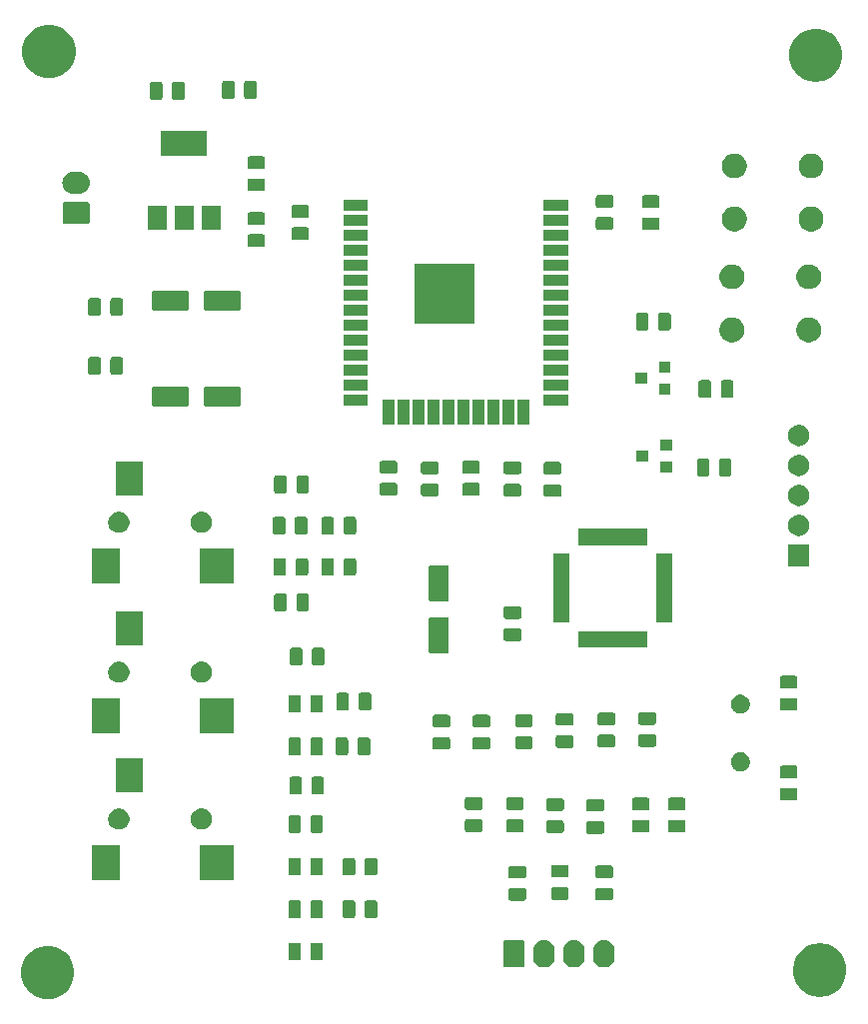
<source format=gbr>
G04 #@! TF.GenerationSoftware,KiCad,Pcbnew,(5.1.5)-3*
G04 #@! TF.CreationDate,2020-06-18T17:13:16-03:00*
G04 #@! TF.ProjectId,Energy_Meter,456e6572-6779-45f4-9d65-7465722e6b69,rev?*
G04 #@! TF.SameCoordinates,Original*
G04 #@! TF.FileFunction,Soldermask,Top*
G04 #@! TF.FilePolarity,Negative*
%FSLAX46Y46*%
G04 Gerber Fmt 4.6, Leading zero omitted, Abs format (unit mm)*
G04 Created by KiCad (PCBNEW (5.1.5)-3) date 2020-06-18 17:13:16*
%MOMM*%
%LPD*%
G04 APERTURE LIST*
%ADD10C,0.100000*%
G04 APERTURE END LIST*
D10*
G36*
X82098098Y-133954250D02*
G01*
X82506593Y-134035504D01*
X82916249Y-134205189D01*
X83284929Y-134451534D01*
X83598466Y-134765071D01*
X83844811Y-135133751D01*
X84014496Y-135543407D01*
X84101000Y-135978296D01*
X84101000Y-136421704D01*
X84014496Y-136856593D01*
X83844811Y-137266249D01*
X83598466Y-137634929D01*
X83284929Y-137948466D01*
X82916249Y-138194811D01*
X82506593Y-138364496D01*
X82125880Y-138440224D01*
X82071705Y-138451000D01*
X81628295Y-138451000D01*
X81574120Y-138440224D01*
X81193407Y-138364496D01*
X80783751Y-138194811D01*
X80415071Y-137948466D01*
X80101534Y-137634929D01*
X79855189Y-137266249D01*
X79685504Y-136856593D01*
X79599000Y-136421704D01*
X79599000Y-135978296D01*
X79685504Y-135543407D01*
X79855189Y-135133751D01*
X80101534Y-134765071D01*
X80415071Y-134451534D01*
X80783751Y-134205189D01*
X81193407Y-134035504D01*
X81601902Y-133954250D01*
X81628295Y-133949000D01*
X82071705Y-133949000D01*
X82098098Y-133954250D01*
G37*
G36*
X147575880Y-133759776D02*
G01*
X147956593Y-133835504D01*
X148366249Y-134005189D01*
X148734929Y-134251534D01*
X149048466Y-134565071D01*
X149294811Y-134933751D01*
X149464496Y-135343407D01*
X149514995Y-135597287D01*
X149548490Y-135765674D01*
X149551000Y-135778296D01*
X149551000Y-136221704D01*
X149464496Y-136656593D01*
X149294811Y-137066249D01*
X149048466Y-137434929D01*
X148734929Y-137748466D01*
X148366249Y-137994811D01*
X147956593Y-138164496D01*
X147599176Y-138235590D01*
X147521705Y-138251000D01*
X147078295Y-138251000D01*
X147000824Y-138235590D01*
X146643407Y-138164496D01*
X146233751Y-137994811D01*
X145865071Y-137748466D01*
X145551534Y-137434929D01*
X145305189Y-137066249D01*
X145135504Y-136656593D01*
X145049000Y-136221704D01*
X145049000Y-135778296D01*
X145051511Y-135765674D01*
X145085005Y-135597287D01*
X145135504Y-135343407D01*
X145305189Y-134933751D01*
X145551534Y-134565071D01*
X145865071Y-134251534D01*
X146233751Y-134005189D01*
X146643407Y-133835504D01*
X147024120Y-133759776D01*
X147078295Y-133749000D01*
X147521705Y-133749000D01*
X147575880Y-133759776D01*
G37*
G36*
X129152547Y-133490326D02*
G01*
X129326156Y-133542990D01*
X129326158Y-133542991D01*
X129486155Y-133628511D01*
X129626397Y-133743603D01*
X129701817Y-133835504D01*
X129741489Y-133883844D01*
X129827010Y-134043843D01*
X129879674Y-134217452D01*
X129893000Y-134352756D01*
X129893000Y-134903243D01*
X129879674Y-135038548D01*
X129827010Y-135212157D01*
X129741489Y-135372156D01*
X129705729Y-135415729D01*
X129626397Y-135512397D01*
X129529729Y-135591729D01*
X129486156Y-135627489D01*
X129326157Y-135713010D01*
X129152548Y-135765674D01*
X128972000Y-135783456D01*
X128791453Y-135765674D01*
X128617844Y-135713010D01*
X128457845Y-135627489D01*
X128414272Y-135591729D01*
X128317604Y-135512397D01*
X128202513Y-135372157D01*
X128202512Y-135372155D01*
X128116990Y-135212157D01*
X128064326Y-135038548D01*
X128052429Y-134917750D01*
X128051000Y-134903245D01*
X128051000Y-134352756D01*
X128056750Y-134294378D01*
X128064326Y-134217453D01*
X128116990Y-134043844D01*
X128143291Y-133994639D01*
X128202511Y-133883845D01*
X128317603Y-133743603D01*
X128443388Y-133640375D01*
X128457844Y-133628511D01*
X128617843Y-133542990D01*
X128791452Y-133490326D01*
X128972000Y-133472544D01*
X129152547Y-133490326D01*
G37*
G36*
X124072547Y-133490326D02*
G01*
X124246156Y-133542990D01*
X124246158Y-133542991D01*
X124406155Y-133628511D01*
X124546397Y-133743603D01*
X124621817Y-133835504D01*
X124661489Y-133883844D01*
X124747010Y-134043843D01*
X124799674Y-134217452D01*
X124813000Y-134352756D01*
X124813000Y-134903243D01*
X124799674Y-135038548D01*
X124747010Y-135212157D01*
X124661489Y-135372156D01*
X124625729Y-135415729D01*
X124546397Y-135512397D01*
X124449729Y-135591729D01*
X124406156Y-135627489D01*
X124246157Y-135713010D01*
X124072548Y-135765674D01*
X123892000Y-135783456D01*
X123711453Y-135765674D01*
X123537844Y-135713010D01*
X123377845Y-135627489D01*
X123334272Y-135591729D01*
X123237604Y-135512397D01*
X123122513Y-135372157D01*
X123122512Y-135372155D01*
X123036990Y-135212157D01*
X122984326Y-135038548D01*
X122972429Y-134917750D01*
X122971000Y-134903245D01*
X122971000Y-134352756D01*
X122976750Y-134294378D01*
X122984326Y-134217453D01*
X123036990Y-134043844D01*
X123063291Y-133994639D01*
X123122511Y-133883845D01*
X123237603Y-133743603D01*
X123363388Y-133640375D01*
X123377844Y-133628511D01*
X123537843Y-133542990D01*
X123711452Y-133490326D01*
X123892000Y-133472544D01*
X124072547Y-133490326D01*
G37*
G36*
X126612547Y-133490326D02*
G01*
X126786156Y-133542990D01*
X126786158Y-133542991D01*
X126946155Y-133628511D01*
X127086397Y-133743603D01*
X127161817Y-133835504D01*
X127201489Y-133883844D01*
X127287010Y-134043843D01*
X127339674Y-134217452D01*
X127353000Y-134352756D01*
X127353000Y-134903243D01*
X127339674Y-135038548D01*
X127287010Y-135212157D01*
X127201489Y-135372156D01*
X127165729Y-135415729D01*
X127086397Y-135512397D01*
X126989729Y-135591729D01*
X126946156Y-135627489D01*
X126786157Y-135713010D01*
X126612548Y-135765674D01*
X126432000Y-135783456D01*
X126251453Y-135765674D01*
X126077844Y-135713010D01*
X125917845Y-135627489D01*
X125874272Y-135591729D01*
X125777604Y-135512397D01*
X125662513Y-135372157D01*
X125662512Y-135372155D01*
X125576990Y-135212157D01*
X125524326Y-135038548D01*
X125512429Y-134917750D01*
X125511000Y-134903245D01*
X125511000Y-134352756D01*
X125516750Y-134294378D01*
X125524326Y-134217453D01*
X125576990Y-134043844D01*
X125603291Y-133994639D01*
X125662511Y-133883845D01*
X125777603Y-133743603D01*
X125903388Y-133640375D01*
X125917844Y-133628511D01*
X126077843Y-133542990D01*
X126251452Y-133490326D01*
X126432000Y-133472544D01*
X126612547Y-133490326D01*
G37*
G36*
X122131561Y-133480966D02*
G01*
X122164383Y-133490923D01*
X122194632Y-133507092D01*
X122221148Y-133528852D01*
X122242908Y-133555368D01*
X122259077Y-133585617D01*
X122269034Y-133618439D01*
X122273000Y-133658713D01*
X122273000Y-135597287D01*
X122269034Y-135637561D01*
X122259077Y-135670383D01*
X122242908Y-135700632D01*
X122221148Y-135727148D01*
X122194632Y-135748908D01*
X122164383Y-135765077D01*
X122131561Y-135775034D01*
X122091287Y-135779000D01*
X120612713Y-135779000D01*
X120572439Y-135775034D01*
X120539617Y-135765077D01*
X120509368Y-135748908D01*
X120482852Y-135727148D01*
X120461092Y-135700632D01*
X120444923Y-135670383D01*
X120434966Y-135637561D01*
X120431000Y-135597287D01*
X120431000Y-133658713D01*
X120434966Y-133618439D01*
X120444923Y-133585617D01*
X120461092Y-133555368D01*
X120482852Y-133528852D01*
X120509368Y-133507092D01*
X120539617Y-133490923D01*
X120572439Y-133480966D01*
X120612713Y-133477000D01*
X122091287Y-133477000D01*
X122131561Y-133480966D01*
G37*
G36*
X103140968Y-133689565D02*
G01*
X103179638Y-133701296D01*
X103215277Y-133720346D01*
X103246517Y-133745983D01*
X103272154Y-133777223D01*
X103291204Y-133812862D01*
X103302935Y-133851532D01*
X103307500Y-133897888D01*
X103307500Y-134974112D01*
X103302935Y-135020468D01*
X103291204Y-135059138D01*
X103272154Y-135094777D01*
X103246517Y-135126017D01*
X103215277Y-135151654D01*
X103179638Y-135170704D01*
X103140968Y-135182435D01*
X103094612Y-135187000D01*
X102443388Y-135187000D01*
X102397032Y-135182435D01*
X102358362Y-135170704D01*
X102322723Y-135151654D01*
X102291483Y-135126017D01*
X102265846Y-135094777D01*
X102246796Y-135059138D01*
X102235065Y-135020468D01*
X102230500Y-134974112D01*
X102230500Y-133897888D01*
X102235065Y-133851532D01*
X102246796Y-133812862D01*
X102265846Y-133777223D01*
X102291483Y-133745983D01*
X102322723Y-133720346D01*
X102358362Y-133701296D01*
X102397032Y-133689565D01*
X102443388Y-133685000D01*
X103094612Y-133685000D01*
X103140968Y-133689565D01*
G37*
G36*
X105015968Y-133689565D02*
G01*
X105054638Y-133701296D01*
X105090277Y-133720346D01*
X105121517Y-133745983D01*
X105147154Y-133777223D01*
X105166204Y-133812862D01*
X105177935Y-133851532D01*
X105182500Y-133897888D01*
X105182500Y-134974112D01*
X105177935Y-135020468D01*
X105166204Y-135059138D01*
X105147154Y-135094777D01*
X105121517Y-135126017D01*
X105090277Y-135151654D01*
X105054638Y-135170704D01*
X105015968Y-135182435D01*
X104969612Y-135187000D01*
X104318388Y-135187000D01*
X104272032Y-135182435D01*
X104233362Y-135170704D01*
X104197723Y-135151654D01*
X104166483Y-135126017D01*
X104140846Y-135094777D01*
X104121796Y-135059138D01*
X104110065Y-135020468D01*
X104105500Y-134974112D01*
X104105500Y-133897888D01*
X104110065Y-133851532D01*
X104121796Y-133812862D01*
X104140846Y-133777223D01*
X104166483Y-133745983D01*
X104197723Y-133720346D01*
X104233362Y-133701296D01*
X104272032Y-133689565D01*
X104318388Y-133685000D01*
X104969612Y-133685000D01*
X105015968Y-133689565D01*
G37*
G36*
X109615968Y-130089565D02*
G01*
X109654638Y-130101296D01*
X109690277Y-130120346D01*
X109721517Y-130145983D01*
X109747154Y-130177223D01*
X109766204Y-130212862D01*
X109777935Y-130251532D01*
X109782500Y-130297888D01*
X109782500Y-131374112D01*
X109777935Y-131420468D01*
X109766204Y-131459138D01*
X109747154Y-131494777D01*
X109721517Y-131526017D01*
X109690277Y-131551654D01*
X109654638Y-131570704D01*
X109615968Y-131582435D01*
X109569612Y-131587000D01*
X108918388Y-131587000D01*
X108872032Y-131582435D01*
X108833362Y-131570704D01*
X108797723Y-131551654D01*
X108766483Y-131526017D01*
X108740846Y-131494777D01*
X108721796Y-131459138D01*
X108710065Y-131420468D01*
X108705500Y-131374112D01*
X108705500Y-130297888D01*
X108710065Y-130251532D01*
X108721796Y-130212862D01*
X108740846Y-130177223D01*
X108766483Y-130145983D01*
X108797723Y-130120346D01*
X108833362Y-130101296D01*
X108872032Y-130089565D01*
X108918388Y-130085000D01*
X109569612Y-130085000D01*
X109615968Y-130089565D01*
G37*
G36*
X107740968Y-130089565D02*
G01*
X107779638Y-130101296D01*
X107815277Y-130120346D01*
X107846517Y-130145983D01*
X107872154Y-130177223D01*
X107891204Y-130212862D01*
X107902935Y-130251532D01*
X107907500Y-130297888D01*
X107907500Y-131374112D01*
X107902935Y-131420468D01*
X107891204Y-131459138D01*
X107872154Y-131494777D01*
X107846517Y-131526017D01*
X107815277Y-131551654D01*
X107779638Y-131570704D01*
X107740968Y-131582435D01*
X107694612Y-131587000D01*
X107043388Y-131587000D01*
X106997032Y-131582435D01*
X106958362Y-131570704D01*
X106922723Y-131551654D01*
X106891483Y-131526017D01*
X106865846Y-131494777D01*
X106846796Y-131459138D01*
X106835065Y-131420468D01*
X106830500Y-131374112D01*
X106830500Y-130297888D01*
X106835065Y-130251532D01*
X106846796Y-130212862D01*
X106865846Y-130177223D01*
X106891483Y-130145983D01*
X106922723Y-130120346D01*
X106958362Y-130101296D01*
X106997032Y-130089565D01*
X107043388Y-130085000D01*
X107694612Y-130085000D01*
X107740968Y-130089565D01*
G37*
G36*
X105015968Y-130089565D02*
G01*
X105054638Y-130101296D01*
X105090277Y-130120346D01*
X105121517Y-130145983D01*
X105147154Y-130177223D01*
X105166204Y-130212862D01*
X105177935Y-130251532D01*
X105182500Y-130297888D01*
X105182500Y-131374112D01*
X105177935Y-131420468D01*
X105166204Y-131459138D01*
X105147154Y-131494777D01*
X105121517Y-131526017D01*
X105090277Y-131551654D01*
X105054638Y-131570704D01*
X105015968Y-131582435D01*
X104969612Y-131587000D01*
X104318388Y-131587000D01*
X104272032Y-131582435D01*
X104233362Y-131570704D01*
X104197723Y-131551654D01*
X104166483Y-131526017D01*
X104140846Y-131494777D01*
X104121796Y-131459138D01*
X104110065Y-131420468D01*
X104105500Y-131374112D01*
X104105500Y-130297888D01*
X104110065Y-130251532D01*
X104121796Y-130212862D01*
X104140846Y-130177223D01*
X104166483Y-130145983D01*
X104197723Y-130120346D01*
X104233362Y-130101296D01*
X104272032Y-130089565D01*
X104318388Y-130085000D01*
X104969612Y-130085000D01*
X105015968Y-130089565D01*
G37*
G36*
X103140968Y-130089565D02*
G01*
X103179638Y-130101296D01*
X103215277Y-130120346D01*
X103246517Y-130145983D01*
X103272154Y-130177223D01*
X103291204Y-130212862D01*
X103302935Y-130251532D01*
X103307500Y-130297888D01*
X103307500Y-131374112D01*
X103302935Y-131420468D01*
X103291204Y-131459138D01*
X103272154Y-131494777D01*
X103246517Y-131526017D01*
X103215277Y-131551654D01*
X103179638Y-131570704D01*
X103140968Y-131582435D01*
X103094612Y-131587000D01*
X102443388Y-131587000D01*
X102397032Y-131582435D01*
X102358362Y-131570704D01*
X102322723Y-131551654D01*
X102291483Y-131526017D01*
X102265846Y-131494777D01*
X102246796Y-131459138D01*
X102235065Y-131420468D01*
X102230500Y-131374112D01*
X102230500Y-130297888D01*
X102235065Y-130251532D01*
X102246796Y-130212862D01*
X102265846Y-130177223D01*
X102291483Y-130145983D01*
X102322723Y-130120346D01*
X102358362Y-130101296D01*
X102397032Y-130089565D01*
X102443388Y-130085000D01*
X103094612Y-130085000D01*
X103140968Y-130089565D01*
G37*
G36*
X122228468Y-129039565D02*
G01*
X122267138Y-129051296D01*
X122302777Y-129070346D01*
X122334017Y-129095983D01*
X122359654Y-129127223D01*
X122378704Y-129162862D01*
X122390435Y-129201532D01*
X122395000Y-129247888D01*
X122395000Y-129899112D01*
X122390435Y-129945468D01*
X122378704Y-129984138D01*
X122359654Y-130019777D01*
X122334017Y-130051017D01*
X122302777Y-130076654D01*
X122267138Y-130095704D01*
X122228468Y-130107435D01*
X122182112Y-130112000D01*
X121105888Y-130112000D01*
X121059532Y-130107435D01*
X121020862Y-130095704D01*
X120985223Y-130076654D01*
X120953983Y-130051017D01*
X120928346Y-130019777D01*
X120909296Y-129984138D01*
X120897565Y-129945468D01*
X120893000Y-129899112D01*
X120893000Y-129247888D01*
X120897565Y-129201532D01*
X120909296Y-129162862D01*
X120928346Y-129127223D01*
X120953983Y-129095983D01*
X120985223Y-129070346D01*
X121020862Y-129051296D01*
X121059532Y-129039565D01*
X121105888Y-129035000D01*
X122182112Y-129035000D01*
X122228468Y-129039565D01*
G37*
G36*
X129584468Y-129016065D02*
G01*
X129623138Y-129027796D01*
X129658777Y-129046846D01*
X129690017Y-129072483D01*
X129715654Y-129103723D01*
X129734704Y-129139362D01*
X129746435Y-129178032D01*
X129751000Y-129224388D01*
X129751000Y-129875612D01*
X129746435Y-129921968D01*
X129734704Y-129960638D01*
X129715654Y-129996277D01*
X129690017Y-130027517D01*
X129658777Y-130053154D01*
X129623138Y-130072204D01*
X129584468Y-130083935D01*
X129538112Y-130088500D01*
X128461888Y-130088500D01*
X128415532Y-130083935D01*
X128376862Y-130072204D01*
X128341223Y-130053154D01*
X128309983Y-130027517D01*
X128284346Y-129996277D01*
X128265296Y-129960638D01*
X128253565Y-129921968D01*
X128249000Y-129875612D01*
X128249000Y-129224388D01*
X128253565Y-129178032D01*
X128265296Y-129139362D01*
X128284346Y-129103723D01*
X128309983Y-129072483D01*
X128341223Y-129046846D01*
X128376862Y-129027796D01*
X128415532Y-129016065D01*
X128461888Y-129011500D01*
X129538112Y-129011500D01*
X129584468Y-129016065D01*
G37*
G36*
X125834468Y-128966065D02*
G01*
X125873138Y-128977796D01*
X125908777Y-128996846D01*
X125940017Y-129022483D01*
X125965654Y-129053723D01*
X125984704Y-129089362D01*
X125996435Y-129128032D01*
X126001000Y-129174388D01*
X126001000Y-129825612D01*
X125996435Y-129871968D01*
X125984704Y-129910638D01*
X125965654Y-129946277D01*
X125940017Y-129977517D01*
X125908777Y-130003154D01*
X125873138Y-130022204D01*
X125834468Y-130033935D01*
X125788112Y-130038500D01*
X124711888Y-130038500D01*
X124665532Y-130033935D01*
X124626862Y-130022204D01*
X124591223Y-130003154D01*
X124559983Y-129977517D01*
X124534346Y-129946277D01*
X124515296Y-129910638D01*
X124503565Y-129871968D01*
X124499000Y-129825612D01*
X124499000Y-129174388D01*
X124503565Y-129128032D01*
X124515296Y-129089362D01*
X124534346Y-129053723D01*
X124559983Y-129022483D01*
X124591223Y-128996846D01*
X124626862Y-128977796D01*
X124665532Y-128966065D01*
X124711888Y-128961500D01*
X125788112Y-128961500D01*
X125834468Y-128966065D01*
G37*
G36*
X97615000Y-128349000D02*
G01*
X94713000Y-128349000D01*
X94713000Y-125447000D01*
X97615000Y-125447000D01*
X97615000Y-128349000D01*
G37*
G36*
X87915000Y-128349000D02*
G01*
X85613000Y-128349000D01*
X85613000Y-125447000D01*
X87915000Y-125447000D01*
X87915000Y-128349000D01*
G37*
G36*
X122228468Y-127164565D02*
G01*
X122267138Y-127176296D01*
X122302777Y-127195346D01*
X122334017Y-127220983D01*
X122359654Y-127252223D01*
X122378704Y-127287862D01*
X122390435Y-127326532D01*
X122395000Y-127372888D01*
X122395000Y-128024112D01*
X122390435Y-128070468D01*
X122378704Y-128109138D01*
X122359654Y-128144777D01*
X122334017Y-128176017D01*
X122302777Y-128201654D01*
X122267138Y-128220704D01*
X122228468Y-128232435D01*
X122182112Y-128237000D01*
X121105888Y-128237000D01*
X121059532Y-128232435D01*
X121020862Y-128220704D01*
X120985223Y-128201654D01*
X120953983Y-128176017D01*
X120928346Y-128144777D01*
X120909296Y-128109138D01*
X120897565Y-128070468D01*
X120893000Y-128024112D01*
X120893000Y-127372888D01*
X120897565Y-127326532D01*
X120909296Y-127287862D01*
X120928346Y-127252223D01*
X120953983Y-127220983D01*
X120985223Y-127195346D01*
X121020862Y-127176296D01*
X121059532Y-127164565D01*
X121105888Y-127160000D01*
X122182112Y-127160000D01*
X122228468Y-127164565D01*
G37*
G36*
X129584468Y-127141065D02*
G01*
X129623138Y-127152796D01*
X129658777Y-127171846D01*
X129690017Y-127197483D01*
X129715654Y-127228723D01*
X129734704Y-127264362D01*
X129746435Y-127303032D01*
X129751000Y-127349388D01*
X129751000Y-128000612D01*
X129746435Y-128046968D01*
X129734704Y-128085638D01*
X129715654Y-128121277D01*
X129690017Y-128152517D01*
X129658777Y-128178154D01*
X129623138Y-128197204D01*
X129584468Y-128208935D01*
X129538112Y-128213500D01*
X128461888Y-128213500D01*
X128415532Y-128208935D01*
X128376862Y-128197204D01*
X128341223Y-128178154D01*
X128309983Y-128152517D01*
X128284346Y-128121277D01*
X128265296Y-128085638D01*
X128253565Y-128046968D01*
X128249000Y-128000612D01*
X128249000Y-127349388D01*
X128253565Y-127303032D01*
X128265296Y-127264362D01*
X128284346Y-127228723D01*
X128309983Y-127197483D01*
X128341223Y-127171846D01*
X128376862Y-127152796D01*
X128415532Y-127141065D01*
X128461888Y-127136500D01*
X129538112Y-127136500D01*
X129584468Y-127141065D01*
G37*
G36*
X125834468Y-127091065D02*
G01*
X125873138Y-127102796D01*
X125908777Y-127121846D01*
X125940017Y-127147483D01*
X125965654Y-127178723D01*
X125984704Y-127214362D01*
X125996435Y-127253032D01*
X126001000Y-127299388D01*
X126001000Y-127950612D01*
X125996435Y-127996968D01*
X125984704Y-128035638D01*
X125965654Y-128071277D01*
X125940017Y-128102517D01*
X125908777Y-128128154D01*
X125873138Y-128147204D01*
X125834468Y-128158935D01*
X125788112Y-128163500D01*
X124711888Y-128163500D01*
X124665532Y-128158935D01*
X124626862Y-128147204D01*
X124591223Y-128128154D01*
X124559983Y-128102517D01*
X124534346Y-128071277D01*
X124515296Y-128035638D01*
X124503565Y-127996968D01*
X124499000Y-127950612D01*
X124499000Y-127299388D01*
X124503565Y-127253032D01*
X124515296Y-127214362D01*
X124534346Y-127178723D01*
X124559983Y-127147483D01*
X124591223Y-127121846D01*
X124626862Y-127102796D01*
X124665532Y-127091065D01*
X124711888Y-127086500D01*
X125788112Y-127086500D01*
X125834468Y-127091065D01*
G37*
G36*
X103140968Y-126489565D02*
G01*
X103179638Y-126501296D01*
X103215277Y-126520346D01*
X103246517Y-126545983D01*
X103272154Y-126577223D01*
X103291204Y-126612862D01*
X103302935Y-126651532D01*
X103307500Y-126697888D01*
X103307500Y-127774112D01*
X103302935Y-127820468D01*
X103291204Y-127859138D01*
X103272154Y-127894777D01*
X103246517Y-127926017D01*
X103215277Y-127951654D01*
X103179638Y-127970704D01*
X103140968Y-127982435D01*
X103094612Y-127987000D01*
X102443388Y-127987000D01*
X102397032Y-127982435D01*
X102358362Y-127970704D01*
X102322723Y-127951654D01*
X102291483Y-127926017D01*
X102265846Y-127894777D01*
X102246796Y-127859138D01*
X102235065Y-127820468D01*
X102230500Y-127774112D01*
X102230500Y-126697888D01*
X102235065Y-126651532D01*
X102246796Y-126612862D01*
X102265846Y-126577223D01*
X102291483Y-126545983D01*
X102322723Y-126520346D01*
X102358362Y-126501296D01*
X102397032Y-126489565D01*
X102443388Y-126485000D01*
X103094612Y-126485000D01*
X103140968Y-126489565D01*
G37*
G36*
X105015968Y-126489565D02*
G01*
X105054638Y-126501296D01*
X105090277Y-126520346D01*
X105121517Y-126545983D01*
X105147154Y-126577223D01*
X105166204Y-126612862D01*
X105177935Y-126651532D01*
X105182500Y-126697888D01*
X105182500Y-127774112D01*
X105177935Y-127820468D01*
X105166204Y-127859138D01*
X105147154Y-127894777D01*
X105121517Y-127926017D01*
X105090277Y-127951654D01*
X105054638Y-127970704D01*
X105015968Y-127982435D01*
X104969612Y-127987000D01*
X104318388Y-127987000D01*
X104272032Y-127982435D01*
X104233362Y-127970704D01*
X104197723Y-127951654D01*
X104166483Y-127926017D01*
X104140846Y-127894777D01*
X104121796Y-127859138D01*
X104110065Y-127820468D01*
X104105500Y-127774112D01*
X104105500Y-126697888D01*
X104110065Y-126651532D01*
X104121796Y-126612862D01*
X104140846Y-126577223D01*
X104166483Y-126545983D01*
X104197723Y-126520346D01*
X104233362Y-126501296D01*
X104272032Y-126489565D01*
X104318388Y-126485000D01*
X104969612Y-126485000D01*
X105015968Y-126489565D01*
G37*
G36*
X107740968Y-126489565D02*
G01*
X107779638Y-126501296D01*
X107815277Y-126520346D01*
X107846517Y-126545983D01*
X107872154Y-126577223D01*
X107891204Y-126612862D01*
X107902935Y-126651532D01*
X107907500Y-126697888D01*
X107907500Y-127774112D01*
X107902935Y-127820468D01*
X107891204Y-127859138D01*
X107872154Y-127894777D01*
X107846517Y-127926017D01*
X107815277Y-127951654D01*
X107779638Y-127970704D01*
X107740968Y-127982435D01*
X107694612Y-127987000D01*
X107043388Y-127987000D01*
X106997032Y-127982435D01*
X106958362Y-127970704D01*
X106922723Y-127951654D01*
X106891483Y-127926017D01*
X106865846Y-127894777D01*
X106846796Y-127859138D01*
X106835065Y-127820468D01*
X106830500Y-127774112D01*
X106830500Y-126697888D01*
X106835065Y-126651532D01*
X106846796Y-126612862D01*
X106865846Y-126577223D01*
X106891483Y-126545983D01*
X106922723Y-126520346D01*
X106958362Y-126501296D01*
X106997032Y-126489565D01*
X107043388Y-126485000D01*
X107694612Y-126485000D01*
X107740968Y-126489565D01*
G37*
G36*
X109615968Y-126489565D02*
G01*
X109654638Y-126501296D01*
X109690277Y-126520346D01*
X109721517Y-126545983D01*
X109747154Y-126577223D01*
X109766204Y-126612862D01*
X109777935Y-126651532D01*
X109782500Y-126697888D01*
X109782500Y-127774112D01*
X109777935Y-127820468D01*
X109766204Y-127859138D01*
X109747154Y-127894777D01*
X109721517Y-127926017D01*
X109690277Y-127951654D01*
X109654638Y-127970704D01*
X109615968Y-127982435D01*
X109569612Y-127987000D01*
X108918388Y-127987000D01*
X108872032Y-127982435D01*
X108833362Y-127970704D01*
X108797723Y-127951654D01*
X108766483Y-127926017D01*
X108740846Y-127894777D01*
X108721796Y-127859138D01*
X108710065Y-127820468D01*
X108705500Y-127774112D01*
X108705500Y-126697888D01*
X108710065Y-126651532D01*
X108721796Y-126612862D01*
X108740846Y-126577223D01*
X108766483Y-126545983D01*
X108797723Y-126520346D01*
X108833362Y-126501296D01*
X108872032Y-126489565D01*
X108918388Y-126485000D01*
X109569612Y-126485000D01*
X109615968Y-126489565D01*
G37*
G36*
X128828468Y-123377065D02*
G01*
X128867138Y-123388796D01*
X128902777Y-123407846D01*
X128934017Y-123433483D01*
X128959654Y-123464723D01*
X128978704Y-123500362D01*
X128990435Y-123539032D01*
X128995000Y-123585388D01*
X128995000Y-124236612D01*
X128990435Y-124282968D01*
X128978704Y-124321638D01*
X128959654Y-124357277D01*
X128934017Y-124388517D01*
X128902777Y-124414154D01*
X128867138Y-124433204D01*
X128828468Y-124444935D01*
X128782112Y-124449500D01*
X127705888Y-124449500D01*
X127659532Y-124444935D01*
X127620862Y-124433204D01*
X127585223Y-124414154D01*
X127553983Y-124388517D01*
X127528346Y-124357277D01*
X127509296Y-124321638D01*
X127497565Y-124282968D01*
X127493000Y-124236612D01*
X127493000Y-123585388D01*
X127497565Y-123539032D01*
X127509296Y-123500362D01*
X127528346Y-123464723D01*
X127553983Y-123433483D01*
X127585223Y-123407846D01*
X127620862Y-123388796D01*
X127659532Y-123377065D01*
X127705888Y-123372500D01*
X128782112Y-123372500D01*
X128828468Y-123377065D01*
G37*
G36*
X105015968Y-122889565D02*
G01*
X105054638Y-122901296D01*
X105090277Y-122920346D01*
X105121517Y-122945983D01*
X105147154Y-122977223D01*
X105166204Y-123012862D01*
X105177935Y-123051532D01*
X105182500Y-123097888D01*
X105182500Y-124174112D01*
X105177935Y-124220468D01*
X105166204Y-124259138D01*
X105147154Y-124294777D01*
X105121517Y-124326017D01*
X105090277Y-124351654D01*
X105054638Y-124370704D01*
X105015968Y-124382435D01*
X104969612Y-124387000D01*
X104318388Y-124387000D01*
X104272032Y-124382435D01*
X104233362Y-124370704D01*
X104197723Y-124351654D01*
X104166483Y-124326017D01*
X104140846Y-124294777D01*
X104121796Y-124259138D01*
X104110065Y-124220468D01*
X104105500Y-124174112D01*
X104105500Y-123097888D01*
X104110065Y-123051532D01*
X104121796Y-123012862D01*
X104140846Y-122977223D01*
X104166483Y-122945983D01*
X104197723Y-122920346D01*
X104233362Y-122901296D01*
X104272032Y-122889565D01*
X104318388Y-122885000D01*
X104969612Y-122885000D01*
X105015968Y-122889565D01*
G37*
G36*
X103140968Y-122889565D02*
G01*
X103179638Y-122901296D01*
X103215277Y-122920346D01*
X103246517Y-122945983D01*
X103272154Y-122977223D01*
X103291204Y-123012862D01*
X103302935Y-123051532D01*
X103307500Y-123097888D01*
X103307500Y-124174112D01*
X103302935Y-124220468D01*
X103291204Y-124259138D01*
X103272154Y-124294777D01*
X103246517Y-124326017D01*
X103215277Y-124351654D01*
X103179638Y-124370704D01*
X103140968Y-124382435D01*
X103094612Y-124387000D01*
X102443388Y-124387000D01*
X102397032Y-124382435D01*
X102358362Y-124370704D01*
X102322723Y-124351654D01*
X102291483Y-124326017D01*
X102265846Y-124294777D01*
X102246796Y-124259138D01*
X102235065Y-124220468D01*
X102230500Y-124174112D01*
X102230500Y-123097888D01*
X102235065Y-123051532D01*
X102246796Y-123012862D01*
X102265846Y-122977223D01*
X102291483Y-122945983D01*
X102322723Y-122920346D01*
X102358362Y-122901296D01*
X102397032Y-122889565D01*
X102443388Y-122885000D01*
X103094612Y-122885000D01*
X103140968Y-122889565D01*
G37*
G36*
X125428468Y-123302065D02*
G01*
X125467138Y-123313796D01*
X125502777Y-123332846D01*
X125534017Y-123358483D01*
X125559654Y-123389723D01*
X125578704Y-123425362D01*
X125590435Y-123464032D01*
X125595000Y-123510388D01*
X125595000Y-124161612D01*
X125590435Y-124207968D01*
X125578704Y-124246638D01*
X125559654Y-124282277D01*
X125534017Y-124313517D01*
X125502777Y-124339154D01*
X125467138Y-124358204D01*
X125428468Y-124369935D01*
X125382112Y-124374500D01*
X124305888Y-124374500D01*
X124259532Y-124369935D01*
X124220862Y-124358204D01*
X124185223Y-124339154D01*
X124153983Y-124313517D01*
X124128346Y-124282277D01*
X124109296Y-124246638D01*
X124097565Y-124207968D01*
X124093000Y-124161612D01*
X124093000Y-123510388D01*
X124097565Y-123464032D01*
X124109296Y-123425362D01*
X124128346Y-123389723D01*
X124153983Y-123358483D01*
X124185223Y-123332846D01*
X124220862Y-123313796D01*
X124259532Y-123302065D01*
X124305888Y-123297500D01*
X125382112Y-123297500D01*
X125428468Y-123302065D01*
G37*
G36*
X135734468Y-123266065D02*
G01*
X135773138Y-123277796D01*
X135808777Y-123296846D01*
X135840017Y-123322483D01*
X135865654Y-123353723D01*
X135884704Y-123389362D01*
X135896435Y-123428032D01*
X135901000Y-123474388D01*
X135901000Y-124125612D01*
X135896435Y-124171968D01*
X135884704Y-124210638D01*
X135865654Y-124246277D01*
X135840017Y-124277517D01*
X135808777Y-124303154D01*
X135773138Y-124322204D01*
X135734468Y-124333935D01*
X135688112Y-124338500D01*
X134611888Y-124338500D01*
X134565532Y-124333935D01*
X134526862Y-124322204D01*
X134491223Y-124303154D01*
X134459983Y-124277517D01*
X134434346Y-124246277D01*
X134415296Y-124210638D01*
X134403565Y-124171968D01*
X134399000Y-124125612D01*
X134399000Y-123474388D01*
X134403565Y-123428032D01*
X134415296Y-123389362D01*
X134434346Y-123353723D01*
X134459983Y-123322483D01*
X134491223Y-123296846D01*
X134526862Y-123277796D01*
X134565532Y-123266065D01*
X134611888Y-123261500D01*
X135688112Y-123261500D01*
X135734468Y-123266065D01*
G37*
G36*
X132684468Y-123266065D02*
G01*
X132723138Y-123277796D01*
X132758777Y-123296846D01*
X132790017Y-123322483D01*
X132815654Y-123353723D01*
X132834704Y-123389362D01*
X132846435Y-123428032D01*
X132851000Y-123474388D01*
X132851000Y-124125612D01*
X132846435Y-124171968D01*
X132834704Y-124210638D01*
X132815654Y-124246277D01*
X132790017Y-124277517D01*
X132758777Y-124303154D01*
X132723138Y-124322204D01*
X132684468Y-124333935D01*
X132638112Y-124338500D01*
X131561888Y-124338500D01*
X131515532Y-124333935D01*
X131476862Y-124322204D01*
X131441223Y-124303154D01*
X131409983Y-124277517D01*
X131384346Y-124246277D01*
X131365296Y-124210638D01*
X131353565Y-124171968D01*
X131349000Y-124125612D01*
X131349000Y-123474388D01*
X131353565Y-123428032D01*
X131365296Y-123389362D01*
X131384346Y-123353723D01*
X131409983Y-123322483D01*
X131441223Y-123296846D01*
X131476862Y-123277796D01*
X131515532Y-123266065D01*
X131561888Y-123261500D01*
X132638112Y-123261500D01*
X132684468Y-123266065D01*
G37*
G36*
X122028468Y-123239565D02*
G01*
X122067138Y-123251296D01*
X122102777Y-123270346D01*
X122134017Y-123295983D01*
X122159654Y-123327223D01*
X122178704Y-123362862D01*
X122190435Y-123401532D01*
X122195000Y-123447888D01*
X122195000Y-124099112D01*
X122190435Y-124145468D01*
X122178704Y-124184138D01*
X122159654Y-124219777D01*
X122134017Y-124251017D01*
X122102777Y-124276654D01*
X122067138Y-124295704D01*
X122028468Y-124307435D01*
X121982112Y-124312000D01*
X120905888Y-124312000D01*
X120859532Y-124307435D01*
X120820862Y-124295704D01*
X120785223Y-124276654D01*
X120753983Y-124251017D01*
X120728346Y-124219777D01*
X120709296Y-124184138D01*
X120697565Y-124145468D01*
X120693000Y-124099112D01*
X120693000Y-123447888D01*
X120697565Y-123401532D01*
X120709296Y-123362862D01*
X120728346Y-123327223D01*
X120753983Y-123295983D01*
X120785223Y-123270346D01*
X120820862Y-123251296D01*
X120859532Y-123239565D01*
X120905888Y-123235000D01*
X121982112Y-123235000D01*
X122028468Y-123239565D01*
G37*
G36*
X118534468Y-123216065D02*
G01*
X118573138Y-123227796D01*
X118608777Y-123246846D01*
X118640017Y-123272483D01*
X118665654Y-123303723D01*
X118684704Y-123339362D01*
X118696435Y-123378032D01*
X118701000Y-123424388D01*
X118701000Y-124075612D01*
X118696435Y-124121968D01*
X118684704Y-124160638D01*
X118665654Y-124196277D01*
X118640017Y-124227517D01*
X118608777Y-124253154D01*
X118573138Y-124272204D01*
X118534468Y-124283935D01*
X118488112Y-124288500D01*
X117411888Y-124288500D01*
X117365532Y-124283935D01*
X117326862Y-124272204D01*
X117291223Y-124253154D01*
X117259983Y-124227517D01*
X117234346Y-124196277D01*
X117215296Y-124160638D01*
X117203565Y-124121968D01*
X117199000Y-124075612D01*
X117199000Y-123424388D01*
X117203565Y-123378032D01*
X117215296Y-123339362D01*
X117234346Y-123303723D01*
X117259983Y-123272483D01*
X117291223Y-123246846D01*
X117326862Y-123227796D01*
X117365532Y-123216065D01*
X117411888Y-123211500D01*
X118488112Y-123211500D01*
X118534468Y-123216065D01*
G37*
G36*
X94977512Y-122301927D02*
G01*
X95126812Y-122331624D01*
X95290784Y-122399544D01*
X95438354Y-122498147D01*
X95563853Y-122623646D01*
X95662456Y-122771216D01*
X95730376Y-122935188D01*
X95765000Y-123109259D01*
X95765000Y-123286741D01*
X95730376Y-123460812D01*
X95662456Y-123624784D01*
X95563853Y-123772354D01*
X95438354Y-123897853D01*
X95290784Y-123996456D01*
X95126812Y-124064376D01*
X94977512Y-124094073D01*
X94952742Y-124099000D01*
X94775258Y-124099000D01*
X94750488Y-124094073D01*
X94601188Y-124064376D01*
X94437216Y-123996456D01*
X94289646Y-123897853D01*
X94164147Y-123772354D01*
X94065544Y-123624784D01*
X93997624Y-123460812D01*
X93963000Y-123286741D01*
X93963000Y-123109259D01*
X93997624Y-122935188D01*
X94065544Y-122771216D01*
X94164147Y-122623646D01*
X94289646Y-122498147D01*
X94437216Y-122399544D01*
X94601188Y-122331624D01*
X94750488Y-122301927D01*
X94775258Y-122297000D01*
X94952742Y-122297000D01*
X94977512Y-122301927D01*
G37*
G36*
X87977512Y-122301927D02*
G01*
X88126812Y-122331624D01*
X88290784Y-122399544D01*
X88438354Y-122498147D01*
X88563853Y-122623646D01*
X88662456Y-122771216D01*
X88730376Y-122935188D01*
X88765000Y-123109259D01*
X88765000Y-123286741D01*
X88730376Y-123460812D01*
X88662456Y-123624784D01*
X88563853Y-123772354D01*
X88438354Y-123897853D01*
X88290784Y-123996456D01*
X88126812Y-124064376D01*
X87977512Y-124094073D01*
X87952742Y-124099000D01*
X87775258Y-124099000D01*
X87750488Y-124094073D01*
X87601188Y-124064376D01*
X87437216Y-123996456D01*
X87289646Y-123897853D01*
X87164147Y-123772354D01*
X87065544Y-123624784D01*
X86997624Y-123460812D01*
X86963000Y-123286741D01*
X86963000Y-123109259D01*
X86997624Y-122935188D01*
X87065544Y-122771216D01*
X87164147Y-122623646D01*
X87289646Y-122498147D01*
X87437216Y-122399544D01*
X87601188Y-122331624D01*
X87750488Y-122301927D01*
X87775258Y-122297000D01*
X87952742Y-122297000D01*
X87977512Y-122301927D01*
G37*
G36*
X128828468Y-121502065D02*
G01*
X128867138Y-121513796D01*
X128902777Y-121532846D01*
X128934017Y-121558483D01*
X128959654Y-121589723D01*
X128978704Y-121625362D01*
X128990435Y-121664032D01*
X128995000Y-121710388D01*
X128995000Y-122361612D01*
X128990435Y-122407968D01*
X128978704Y-122446638D01*
X128959654Y-122482277D01*
X128934017Y-122513517D01*
X128902777Y-122539154D01*
X128867138Y-122558204D01*
X128828468Y-122569935D01*
X128782112Y-122574500D01*
X127705888Y-122574500D01*
X127659532Y-122569935D01*
X127620862Y-122558204D01*
X127585223Y-122539154D01*
X127553983Y-122513517D01*
X127528346Y-122482277D01*
X127509296Y-122446638D01*
X127497565Y-122407968D01*
X127493000Y-122361612D01*
X127493000Y-121710388D01*
X127497565Y-121664032D01*
X127509296Y-121625362D01*
X127528346Y-121589723D01*
X127553983Y-121558483D01*
X127585223Y-121532846D01*
X127620862Y-121513796D01*
X127659532Y-121502065D01*
X127705888Y-121497500D01*
X128782112Y-121497500D01*
X128828468Y-121502065D01*
G37*
G36*
X125428468Y-121427065D02*
G01*
X125467138Y-121438796D01*
X125502777Y-121457846D01*
X125534017Y-121483483D01*
X125559654Y-121514723D01*
X125578704Y-121550362D01*
X125590435Y-121589032D01*
X125595000Y-121635388D01*
X125595000Y-122286612D01*
X125590435Y-122332968D01*
X125578704Y-122371638D01*
X125559654Y-122407277D01*
X125534017Y-122438517D01*
X125502777Y-122464154D01*
X125467138Y-122483204D01*
X125428468Y-122494935D01*
X125382112Y-122499500D01*
X124305888Y-122499500D01*
X124259532Y-122494935D01*
X124220862Y-122483204D01*
X124185223Y-122464154D01*
X124153983Y-122438517D01*
X124128346Y-122407277D01*
X124109296Y-122371638D01*
X124097565Y-122332968D01*
X124093000Y-122286612D01*
X124093000Y-121635388D01*
X124097565Y-121589032D01*
X124109296Y-121550362D01*
X124128346Y-121514723D01*
X124153983Y-121483483D01*
X124185223Y-121457846D01*
X124220862Y-121438796D01*
X124259532Y-121427065D01*
X124305888Y-121422500D01*
X125382112Y-121422500D01*
X125428468Y-121427065D01*
G37*
G36*
X135734468Y-121391065D02*
G01*
X135773138Y-121402796D01*
X135808777Y-121421846D01*
X135840017Y-121447483D01*
X135865654Y-121478723D01*
X135884704Y-121514362D01*
X135896435Y-121553032D01*
X135901000Y-121599388D01*
X135901000Y-122250612D01*
X135896435Y-122296968D01*
X135884704Y-122335638D01*
X135865654Y-122371277D01*
X135840017Y-122402517D01*
X135808777Y-122428154D01*
X135773138Y-122447204D01*
X135734468Y-122458935D01*
X135688112Y-122463500D01*
X134611888Y-122463500D01*
X134565532Y-122458935D01*
X134526862Y-122447204D01*
X134491223Y-122428154D01*
X134459983Y-122402517D01*
X134434346Y-122371277D01*
X134415296Y-122335638D01*
X134403565Y-122296968D01*
X134399000Y-122250612D01*
X134399000Y-121599388D01*
X134403565Y-121553032D01*
X134415296Y-121514362D01*
X134434346Y-121478723D01*
X134459983Y-121447483D01*
X134491223Y-121421846D01*
X134526862Y-121402796D01*
X134565532Y-121391065D01*
X134611888Y-121386500D01*
X135688112Y-121386500D01*
X135734468Y-121391065D01*
G37*
G36*
X132684468Y-121391065D02*
G01*
X132723138Y-121402796D01*
X132758777Y-121421846D01*
X132790017Y-121447483D01*
X132815654Y-121478723D01*
X132834704Y-121514362D01*
X132846435Y-121553032D01*
X132851000Y-121599388D01*
X132851000Y-122250612D01*
X132846435Y-122296968D01*
X132834704Y-122335638D01*
X132815654Y-122371277D01*
X132790017Y-122402517D01*
X132758777Y-122428154D01*
X132723138Y-122447204D01*
X132684468Y-122458935D01*
X132638112Y-122463500D01*
X131561888Y-122463500D01*
X131515532Y-122458935D01*
X131476862Y-122447204D01*
X131441223Y-122428154D01*
X131409983Y-122402517D01*
X131384346Y-122371277D01*
X131365296Y-122335638D01*
X131353565Y-122296968D01*
X131349000Y-122250612D01*
X131349000Y-121599388D01*
X131353565Y-121553032D01*
X131365296Y-121514362D01*
X131384346Y-121478723D01*
X131409983Y-121447483D01*
X131441223Y-121421846D01*
X131476862Y-121402796D01*
X131515532Y-121391065D01*
X131561888Y-121386500D01*
X132638112Y-121386500D01*
X132684468Y-121391065D01*
G37*
G36*
X122028468Y-121364565D02*
G01*
X122067138Y-121376296D01*
X122102777Y-121395346D01*
X122134017Y-121420983D01*
X122159654Y-121452223D01*
X122178704Y-121487862D01*
X122190435Y-121526532D01*
X122195000Y-121572888D01*
X122195000Y-122224112D01*
X122190435Y-122270468D01*
X122178704Y-122309138D01*
X122159654Y-122344777D01*
X122134017Y-122376017D01*
X122102777Y-122401654D01*
X122067138Y-122420704D01*
X122028468Y-122432435D01*
X121982112Y-122437000D01*
X120905888Y-122437000D01*
X120859532Y-122432435D01*
X120820862Y-122420704D01*
X120785223Y-122401654D01*
X120753983Y-122376017D01*
X120728346Y-122344777D01*
X120709296Y-122309138D01*
X120697565Y-122270468D01*
X120693000Y-122224112D01*
X120693000Y-121572888D01*
X120697565Y-121526532D01*
X120709296Y-121487862D01*
X120728346Y-121452223D01*
X120753983Y-121420983D01*
X120785223Y-121395346D01*
X120820862Y-121376296D01*
X120859532Y-121364565D01*
X120905888Y-121360000D01*
X121982112Y-121360000D01*
X122028468Y-121364565D01*
G37*
G36*
X118534468Y-121341065D02*
G01*
X118573138Y-121352796D01*
X118608777Y-121371846D01*
X118640017Y-121397483D01*
X118665654Y-121428723D01*
X118684704Y-121464362D01*
X118696435Y-121503032D01*
X118701000Y-121549388D01*
X118701000Y-122200612D01*
X118696435Y-122246968D01*
X118684704Y-122285638D01*
X118665654Y-122321277D01*
X118640017Y-122352517D01*
X118608777Y-122378154D01*
X118573138Y-122397204D01*
X118534468Y-122408935D01*
X118488112Y-122413500D01*
X117411888Y-122413500D01*
X117365532Y-122408935D01*
X117326862Y-122397204D01*
X117291223Y-122378154D01*
X117259983Y-122352517D01*
X117234346Y-122321277D01*
X117215296Y-122285638D01*
X117203565Y-122246968D01*
X117199000Y-122200612D01*
X117199000Y-121549388D01*
X117203565Y-121503032D01*
X117215296Y-121464362D01*
X117234346Y-121428723D01*
X117259983Y-121397483D01*
X117291223Y-121371846D01*
X117326862Y-121352796D01*
X117365532Y-121341065D01*
X117411888Y-121336500D01*
X118488112Y-121336500D01*
X118534468Y-121341065D01*
G37*
G36*
X145234468Y-120553565D02*
G01*
X145273138Y-120565296D01*
X145308777Y-120584346D01*
X145340017Y-120609983D01*
X145365654Y-120641223D01*
X145384704Y-120676862D01*
X145396435Y-120715532D01*
X145401000Y-120761888D01*
X145401000Y-121413112D01*
X145396435Y-121459468D01*
X145384704Y-121498138D01*
X145365654Y-121533777D01*
X145340017Y-121565017D01*
X145308777Y-121590654D01*
X145273138Y-121609704D01*
X145234468Y-121621435D01*
X145188112Y-121626000D01*
X144111888Y-121626000D01*
X144065532Y-121621435D01*
X144026862Y-121609704D01*
X143991223Y-121590654D01*
X143959983Y-121565017D01*
X143934346Y-121533777D01*
X143915296Y-121498138D01*
X143903565Y-121459468D01*
X143899000Y-121413112D01*
X143899000Y-120761888D01*
X143903565Y-120715532D01*
X143915296Y-120676862D01*
X143934346Y-120641223D01*
X143959983Y-120609983D01*
X143991223Y-120584346D01*
X144026862Y-120565296D01*
X144065532Y-120553565D01*
X144111888Y-120549000D01*
X145188112Y-120549000D01*
X145234468Y-120553565D01*
G37*
G36*
X105096968Y-119603565D02*
G01*
X105135638Y-119615296D01*
X105171277Y-119634346D01*
X105202517Y-119659983D01*
X105228154Y-119691223D01*
X105247204Y-119726862D01*
X105258935Y-119765532D01*
X105263500Y-119811888D01*
X105263500Y-120888112D01*
X105258935Y-120934468D01*
X105247204Y-120973138D01*
X105228154Y-121008777D01*
X105202517Y-121040017D01*
X105171277Y-121065654D01*
X105135638Y-121084704D01*
X105096968Y-121096435D01*
X105050612Y-121101000D01*
X104399388Y-121101000D01*
X104353032Y-121096435D01*
X104314362Y-121084704D01*
X104278723Y-121065654D01*
X104247483Y-121040017D01*
X104221846Y-121008777D01*
X104202796Y-120973138D01*
X104191065Y-120934468D01*
X104186500Y-120888112D01*
X104186500Y-119811888D01*
X104191065Y-119765532D01*
X104202796Y-119726862D01*
X104221846Y-119691223D01*
X104247483Y-119659983D01*
X104278723Y-119634346D01*
X104314362Y-119615296D01*
X104353032Y-119603565D01*
X104399388Y-119599000D01*
X105050612Y-119599000D01*
X105096968Y-119603565D01*
G37*
G36*
X103221968Y-119603565D02*
G01*
X103260638Y-119615296D01*
X103296277Y-119634346D01*
X103327517Y-119659983D01*
X103353154Y-119691223D01*
X103372204Y-119726862D01*
X103383935Y-119765532D01*
X103388500Y-119811888D01*
X103388500Y-120888112D01*
X103383935Y-120934468D01*
X103372204Y-120973138D01*
X103353154Y-121008777D01*
X103327517Y-121040017D01*
X103296277Y-121065654D01*
X103260638Y-121084704D01*
X103221968Y-121096435D01*
X103175612Y-121101000D01*
X102524388Y-121101000D01*
X102478032Y-121096435D01*
X102439362Y-121084704D01*
X102403723Y-121065654D01*
X102372483Y-121040017D01*
X102346846Y-121008777D01*
X102327796Y-120973138D01*
X102316065Y-120934468D01*
X102311500Y-120888112D01*
X102311500Y-119811888D01*
X102316065Y-119765532D01*
X102327796Y-119726862D01*
X102346846Y-119691223D01*
X102372483Y-119659983D01*
X102403723Y-119634346D01*
X102439362Y-119615296D01*
X102478032Y-119603565D01*
X102524388Y-119599000D01*
X103175612Y-119599000D01*
X103221968Y-119603565D01*
G37*
G36*
X89915000Y-120949000D02*
G01*
X87613000Y-120949000D01*
X87613000Y-118047000D01*
X89915000Y-118047000D01*
X89915000Y-120949000D01*
G37*
G36*
X145234468Y-118678565D02*
G01*
X145273138Y-118690296D01*
X145308777Y-118709346D01*
X145340017Y-118734983D01*
X145365654Y-118766223D01*
X145384704Y-118801862D01*
X145396435Y-118840532D01*
X145401000Y-118886888D01*
X145401000Y-119538112D01*
X145396435Y-119584468D01*
X145384704Y-119623138D01*
X145365654Y-119658777D01*
X145340017Y-119690017D01*
X145308777Y-119715654D01*
X145273138Y-119734704D01*
X145234468Y-119746435D01*
X145188112Y-119751000D01*
X144111888Y-119751000D01*
X144065532Y-119746435D01*
X144026862Y-119734704D01*
X143991223Y-119715654D01*
X143959983Y-119690017D01*
X143934346Y-119658777D01*
X143915296Y-119623138D01*
X143903565Y-119584468D01*
X143899000Y-119538112D01*
X143899000Y-118886888D01*
X143903565Y-118840532D01*
X143915296Y-118801862D01*
X143934346Y-118766223D01*
X143959983Y-118734983D01*
X143991223Y-118709346D01*
X144026862Y-118690296D01*
X144065532Y-118678565D01*
X144111888Y-118674000D01*
X145188112Y-118674000D01*
X145234468Y-118678565D01*
G37*
G36*
X140783642Y-117579781D02*
G01*
X140929414Y-117640162D01*
X140929416Y-117640163D01*
X141060608Y-117727822D01*
X141172178Y-117839392D01*
X141259837Y-117970584D01*
X141259838Y-117970586D01*
X141320219Y-118116358D01*
X141351000Y-118271107D01*
X141351000Y-118428893D01*
X141320219Y-118583642D01*
X141282791Y-118674000D01*
X141259837Y-118729416D01*
X141172178Y-118860608D01*
X141060608Y-118972178D01*
X140929416Y-119059837D01*
X140929415Y-119059838D01*
X140929414Y-119059838D01*
X140783642Y-119120219D01*
X140628893Y-119151000D01*
X140471107Y-119151000D01*
X140316358Y-119120219D01*
X140170586Y-119059838D01*
X140170585Y-119059838D01*
X140170584Y-119059837D01*
X140039392Y-118972178D01*
X139927822Y-118860608D01*
X139840163Y-118729416D01*
X139817209Y-118674000D01*
X139779781Y-118583642D01*
X139749000Y-118428893D01*
X139749000Y-118271107D01*
X139779781Y-118116358D01*
X139840162Y-117970586D01*
X139840163Y-117970584D01*
X139927822Y-117839392D01*
X140039392Y-117727822D01*
X140170584Y-117640163D01*
X140170586Y-117640162D01*
X140316358Y-117579781D01*
X140471107Y-117549000D01*
X140628893Y-117549000D01*
X140783642Y-117579781D01*
G37*
G36*
X105015968Y-116289565D02*
G01*
X105054638Y-116301296D01*
X105090277Y-116320346D01*
X105121517Y-116345983D01*
X105147154Y-116377223D01*
X105166204Y-116412862D01*
X105177935Y-116451532D01*
X105182500Y-116497888D01*
X105182500Y-117574112D01*
X105177935Y-117620468D01*
X105166204Y-117659138D01*
X105147154Y-117694777D01*
X105121517Y-117726017D01*
X105090277Y-117751654D01*
X105054638Y-117770704D01*
X105015968Y-117782435D01*
X104969612Y-117787000D01*
X104318388Y-117787000D01*
X104272032Y-117782435D01*
X104233362Y-117770704D01*
X104197723Y-117751654D01*
X104166483Y-117726017D01*
X104140846Y-117694777D01*
X104121796Y-117659138D01*
X104110065Y-117620468D01*
X104105500Y-117574112D01*
X104105500Y-116497888D01*
X104110065Y-116451532D01*
X104121796Y-116412862D01*
X104140846Y-116377223D01*
X104166483Y-116345983D01*
X104197723Y-116320346D01*
X104233362Y-116301296D01*
X104272032Y-116289565D01*
X104318388Y-116285000D01*
X104969612Y-116285000D01*
X105015968Y-116289565D01*
G37*
G36*
X109015968Y-116289565D02*
G01*
X109054638Y-116301296D01*
X109090277Y-116320346D01*
X109121517Y-116345983D01*
X109147154Y-116377223D01*
X109166204Y-116412862D01*
X109177935Y-116451532D01*
X109182500Y-116497888D01*
X109182500Y-117574112D01*
X109177935Y-117620468D01*
X109166204Y-117659138D01*
X109147154Y-117694777D01*
X109121517Y-117726017D01*
X109090277Y-117751654D01*
X109054638Y-117770704D01*
X109015968Y-117782435D01*
X108969612Y-117787000D01*
X108318388Y-117787000D01*
X108272032Y-117782435D01*
X108233362Y-117770704D01*
X108197723Y-117751654D01*
X108166483Y-117726017D01*
X108140846Y-117694777D01*
X108121796Y-117659138D01*
X108110065Y-117620468D01*
X108105500Y-117574112D01*
X108105500Y-116497888D01*
X108110065Y-116451532D01*
X108121796Y-116412862D01*
X108140846Y-116377223D01*
X108166483Y-116345983D01*
X108197723Y-116320346D01*
X108233362Y-116301296D01*
X108272032Y-116289565D01*
X108318388Y-116285000D01*
X108969612Y-116285000D01*
X109015968Y-116289565D01*
G37*
G36*
X103140968Y-116289565D02*
G01*
X103179638Y-116301296D01*
X103215277Y-116320346D01*
X103246517Y-116345983D01*
X103272154Y-116377223D01*
X103291204Y-116412862D01*
X103302935Y-116451532D01*
X103307500Y-116497888D01*
X103307500Y-117574112D01*
X103302935Y-117620468D01*
X103291204Y-117659138D01*
X103272154Y-117694777D01*
X103246517Y-117726017D01*
X103215277Y-117751654D01*
X103179638Y-117770704D01*
X103140968Y-117782435D01*
X103094612Y-117787000D01*
X102443388Y-117787000D01*
X102397032Y-117782435D01*
X102358362Y-117770704D01*
X102322723Y-117751654D01*
X102291483Y-117726017D01*
X102265846Y-117694777D01*
X102246796Y-117659138D01*
X102235065Y-117620468D01*
X102230500Y-117574112D01*
X102230500Y-116497888D01*
X102235065Y-116451532D01*
X102246796Y-116412862D01*
X102265846Y-116377223D01*
X102291483Y-116345983D01*
X102322723Y-116320346D01*
X102358362Y-116301296D01*
X102397032Y-116289565D01*
X102443388Y-116285000D01*
X103094612Y-116285000D01*
X103140968Y-116289565D01*
G37*
G36*
X107140968Y-116289565D02*
G01*
X107179638Y-116301296D01*
X107215277Y-116320346D01*
X107246517Y-116345983D01*
X107272154Y-116377223D01*
X107291204Y-116412862D01*
X107302935Y-116451532D01*
X107307500Y-116497888D01*
X107307500Y-117574112D01*
X107302935Y-117620468D01*
X107291204Y-117659138D01*
X107272154Y-117694777D01*
X107246517Y-117726017D01*
X107215277Y-117751654D01*
X107179638Y-117770704D01*
X107140968Y-117782435D01*
X107094612Y-117787000D01*
X106443388Y-117787000D01*
X106397032Y-117782435D01*
X106358362Y-117770704D01*
X106322723Y-117751654D01*
X106291483Y-117726017D01*
X106265846Y-117694777D01*
X106246796Y-117659138D01*
X106235065Y-117620468D01*
X106230500Y-117574112D01*
X106230500Y-116497888D01*
X106235065Y-116451532D01*
X106246796Y-116412862D01*
X106265846Y-116377223D01*
X106291483Y-116345983D01*
X106322723Y-116320346D01*
X106358362Y-116301296D01*
X106397032Y-116289565D01*
X106443388Y-116285000D01*
X107094612Y-116285000D01*
X107140968Y-116289565D01*
G37*
G36*
X119184468Y-116241065D02*
G01*
X119223138Y-116252796D01*
X119258777Y-116271846D01*
X119290017Y-116297483D01*
X119315654Y-116328723D01*
X119334704Y-116364362D01*
X119346435Y-116403032D01*
X119351000Y-116449388D01*
X119351000Y-117100612D01*
X119346435Y-117146968D01*
X119334704Y-117185638D01*
X119315654Y-117221277D01*
X119290017Y-117252517D01*
X119258777Y-117278154D01*
X119223138Y-117297204D01*
X119184468Y-117308935D01*
X119138112Y-117313500D01*
X118061888Y-117313500D01*
X118015532Y-117308935D01*
X117976862Y-117297204D01*
X117941223Y-117278154D01*
X117909983Y-117252517D01*
X117884346Y-117221277D01*
X117865296Y-117185638D01*
X117853565Y-117146968D01*
X117849000Y-117100612D01*
X117849000Y-116449388D01*
X117853565Y-116403032D01*
X117865296Y-116364362D01*
X117884346Y-116328723D01*
X117909983Y-116297483D01*
X117941223Y-116271846D01*
X117976862Y-116252796D01*
X118015532Y-116241065D01*
X118061888Y-116236500D01*
X119138112Y-116236500D01*
X119184468Y-116241065D01*
G37*
G36*
X115780468Y-116241065D02*
G01*
X115819138Y-116252796D01*
X115854777Y-116271846D01*
X115886017Y-116297483D01*
X115911654Y-116328723D01*
X115930704Y-116364362D01*
X115942435Y-116403032D01*
X115947000Y-116449388D01*
X115947000Y-117100612D01*
X115942435Y-117146968D01*
X115930704Y-117185638D01*
X115911654Y-117221277D01*
X115886017Y-117252517D01*
X115854777Y-117278154D01*
X115819138Y-117297204D01*
X115780468Y-117308935D01*
X115734112Y-117313500D01*
X114657888Y-117313500D01*
X114611532Y-117308935D01*
X114572862Y-117297204D01*
X114537223Y-117278154D01*
X114505983Y-117252517D01*
X114480346Y-117221277D01*
X114461296Y-117185638D01*
X114449565Y-117146968D01*
X114445000Y-117100612D01*
X114445000Y-116449388D01*
X114449565Y-116403032D01*
X114461296Y-116364362D01*
X114480346Y-116328723D01*
X114505983Y-116297483D01*
X114537223Y-116271846D01*
X114572862Y-116252796D01*
X114611532Y-116241065D01*
X114657888Y-116236500D01*
X115734112Y-116236500D01*
X115780468Y-116241065D01*
G37*
G36*
X122780468Y-116191065D02*
G01*
X122819138Y-116202796D01*
X122854777Y-116221846D01*
X122886017Y-116247483D01*
X122911654Y-116278723D01*
X122930704Y-116314362D01*
X122942435Y-116353032D01*
X122947000Y-116399388D01*
X122947000Y-117050612D01*
X122942435Y-117096968D01*
X122930704Y-117135638D01*
X122911654Y-117171277D01*
X122886017Y-117202517D01*
X122854777Y-117228154D01*
X122819138Y-117247204D01*
X122780468Y-117258935D01*
X122734112Y-117263500D01*
X121657888Y-117263500D01*
X121611532Y-117258935D01*
X121572862Y-117247204D01*
X121537223Y-117228154D01*
X121505983Y-117202517D01*
X121480346Y-117171277D01*
X121461296Y-117135638D01*
X121449565Y-117096968D01*
X121445000Y-117050612D01*
X121445000Y-116399388D01*
X121449565Y-116353032D01*
X121461296Y-116314362D01*
X121480346Y-116278723D01*
X121505983Y-116247483D01*
X121537223Y-116221846D01*
X121572862Y-116202796D01*
X121611532Y-116191065D01*
X121657888Y-116186500D01*
X122734112Y-116186500D01*
X122780468Y-116191065D01*
G37*
G36*
X126234468Y-116091065D02*
G01*
X126273138Y-116102796D01*
X126308777Y-116121846D01*
X126340017Y-116147483D01*
X126365654Y-116178723D01*
X126384704Y-116214362D01*
X126396435Y-116253032D01*
X126401000Y-116299388D01*
X126401000Y-116950612D01*
X126396435Y-116996968D01*
X126384704Y-117035638D01*
X126365654Y-117071277D01*
X126340017Y-117102517D01*
X126308777Y-117128154D01*
X126273138Y-117147204D01*
X126234468Y-117158935D01*
X126188112Y-117163500D01*
X125111888Y-117163500D01*
X125065532Y-117158935D01*
X125026862Y-117147204D01*
X124991223Y-117128154D01*
X124959983Y-117102517D01*
X124934346Y-117071277D01*
X124915296Y-117035638D01*
X124903565Y-116996968D01*
X124899000Y-116950612D01*
X124899000Y-116299388D01*
X124903565Y-116253032D01*
X124915296Y-116214362D01*
X124934346Y-116178723D01*
X124959983Y-116147483D01*
X124991223Y-116121846D01*
X125026862Y-116102796D01*
X125065532Y-116091065D01*
X125111888Y-116086500D01*
X126188112Y-116086500D01*
X126234468Y-116091065D01*
G37*
G36*
X129780468Y-116055565D02*
G01*
X129819138Y-116067296D01*
X129854777Y-116086346D01*
X129886017Y-116111983D01*
X129911654Y-116143223D01*
X129930704Y-116178862D01*
X129942435Y-116217532D01*
X129947000Y-116263888D01*
X129947000Y-116915112D01*
X129942435Y-116961468D01*
X129930704Y-117000138D01*
X129911654Y-117035777D01*
X129886017Y-117067017D01*
X129854777Y-117092654D01*
X129819138Y-117111704D01*
X129780468Y-117123435D01*
X129734112Y-117128000D01*
X128657888Y-117128000D01*
X128611532Y-117123435D01*
X128572862Y-117111704D01*
X128537223Y-117092654D01*
X128505983Y-117067017D01*
X128480346Y-117035777D01*
X128461296Y-117000138D01*
X128449565Y-116961468D01*
X128445000Y-116915112D01*
X128445000Y-116263888D01*
X128449565Y-116217532D01*
X128461296Y-116178862D01*
X128480346Y-116143223D01*
X128505983Y-116111983D01*
X128537223Y-116086346D01*
X128572862Y-116067296D01*
X128611532Y-116055565D01*
X128657888Y-116051000D01*
X129734112Y-116051000D01*
X129780468Y-116055565D01*
G37*
G36*
X133234468Y-116016065D02*
G01*
X133273138Y-116027796D01*
X133308777Y-116046846D01*
X133340017Y-116072483D01*
X133365654Y-116103723D01*
X133384704Y-116139362D01*
X133396435Y-116178032D01*
X133401000Y-116224388D01*
X133401000Y-116875612D01*
X133396435Y-116921968D01*
X133384704Y-116960638D01*
X133365654Y-116996277D01*
X133340017Y-117027517D01*
X133308777Y-117053154D01*
X133273138Y-117072204D01*
X133234468Y-117083935D01*
X133188112Y-117088500D01*
X132111888Y-117088500D01*
X132065532Y-117083935D01*
X132026862Y-117072204D01*
X131991223Y-117053154D01*
X131959983Y-117027517D01*
X131934346Y-116996277D01*
X131915296Y-116960638D01*
X131903565Y-116921968D01*
X131899000Y-116875612D01*
X131899000Y-116224388D01*
X131903565Y-116178032D01*
X131915296Y-116139362D01*
X131934346Y-116103723D01*
X131959983Y-116072483D01*
X131991223Y-116046846D01*
X132026862Y-116027796D01*
X132065532Y-116016065D01*
X132111888Y-116011500D01*
X133188112Y-116011500D01*
X133234468Y-116016065D01*
G37*
G36*
X87915000Y-115903000D02*
G01*
X85613000Y-115903000D01*
X85613000Y-113001000D01*
X87915000Y-113001000D01*
X87915000Y-115903000D01*
G37*
G36*
X97615000Y-115903000D02*
G01*
X94713000Y-115903000D01*
X94713000Y-113001000D01*
X97615000Y-113001000D01*
X97615000Y-115903000D01*
G37*
G36*
X119184468Y-114366065D02*
G01*
X119223138Y-114377796D01*
X119258777Y-114396846D01*
X119290017Y-114422483D01*
X119315654Y-114453723D01*
X119334704Y-114489362D01*
X119346435Y-114528032D01*
X119351000Y-114574388D01*
X119351000Y-115225612D01*
X119346435Y-115271968D01*
X119334704Y-115310638D01*
X119315654Y-115346277D01*
X119290017Y-115377517D01*
X119258777Y-115403154D01*
X119223138Y-115422204D01*
X119184468Y-115433935D01*
X119138112Y-115438500D01*
X118061888Y-115438500D01*
X118015532Y-115433935D01*
X117976862Y-115422204D01*
X117941223Y-115403154D01*
X117909983Y-115377517D01*
X117884346Y-115346277D01*
X117865296Y-115310638D01*
X117853565Y-115271968D01*
X117849000Y-115225612D01*
X117849000Y-114574388D01*
X117853565Y-114528032D01*
X117865296Y-114489362D01*
X117884346Y-114453723D01*
X117909983Y-114422483D01*
X117941223Y-114396846D01*
X117976862Y-114377796D01*
X118015532Y-114366065D01*
X118061888Y-114361500D01*
X119138112Y-114361500D01*
X119184468Y-114366065D01*
G37*
G36*
X115780468Y-114366065D02*
G01*
X115819138Y-114377796D01*
X115854777Y-114396846D01*
X115886017Y-114422483D01*
X115911654Y-114453723D01*
X115930704Y-114489362D01*
X115942435Y-114528032D01*
X115947000Y-114574388D01*
X115947000Y-115225612D01*
X115942435Y-115271968D01*
X115930704Y-115310638D01*
X115911654Y-115346277D01*
X115886017Y-115377517D01*
X115854777Y-115403154D01*
X115819138Y-115422204D01*
X115780468Y-115433935D01*
X115734112Y-115438500D01*
X114657888Y-115438500D01*
X114611532Y-115433935D01*
X114572862Y-115422204D01*
X114537223Y-115403154D01*
X114505983Y-115377517D01*
X114480346Y-115346277D01*
X114461296Y-115310638D01*
X114449565Y-115271968D01*
X114445000Y-115225612D01*
X114445000Y-114574388D01*
X114449565Y-114528032D01*
X114461296Y-114489362D01*
X114480346Y-114453723D01*
X114505983Y-114422483D01*
X114537223Y-114396846D01*
X114572862Y-114377796D01*
X114611532Y-114366065D01*
X114657888Y-114361500D01*
X115734112Y-114361500D01*
X115780468Y-114366065D01*
G37*
G36*
X122780468Y-114316065D02*
G01*
X122819138Y-114327796D01*
X122854777Y-114346846D01*
X122886017Y-114372483D01*
X122911654Y-114403723D01*
X122930704Y-114439362D01*
X122942435Y-114478032D01*
X122947000Y-114524388D01*
X122947000Y-115175612D01*
X122942435Y-115221968D01*
X122930704Y-115260638D01*
X122911654Y-115296277D01*
X122886017Y-115327517D01*
X122854777Y-115353154D01*
X122819138Y-115372204D01*
X122780468Y-115383935D01*
X122734112Y-115388500D01*
X121657888Y-115388500D01*
X121611532Y-115383935D01*
X121572862Y-115372204D01*
X121537223Y-115353154D01*
X121505983Y-115327517D01*
X121480346Y-115296277D01*
X121461296Y-115260638D01*
X121449565Y-115221968D01*
X121445000Y-115175612D01*
X121445000Y-114524388D01*
X121449565Y-114478032D01*
X121461296Y-114439362D01*
X121480346Y-114403723D01*
X121505983Y-114372483D01*
X121537223Y-114346846D01*
X121572862Y-114327796D01*
X121611532Y-114316065D01*
X121657888Y-114311500D01*
X122734112Y-114311500D01*
X122780468Y-114316065D01*
G37*
G36*
X126234468Y-114216065D02*
G01*
X126273138Y-114227796D01*
X126308777Y-114246846D01*
X126340017Y-114272483D01*
X126365654Y-114303723D01*
X126384704Y-114339362D01*
X126396435Y-114378032D01*
X126401000Y-114424388D01*
X126401000Y-115075612D01*
X126396435Y-115121968D01*
X126384704Y-115160638D01*
X126365654Y-115196277D01*
X126340017Y-115227517D01*
X126308777Y-115253154D01*
X126273138Y-115272204D01*
X126234468Y-115283935D01*
X126188112Y-115288500D01*
X125111888Y-115288500D01*
X125065532Y-115283935D01*
X125026862Y-115272204D01*
X124991223Y-115253154D01*
X124959983Y-115227517D01*
X124934346Y-115196277D01*
X124915296Y-115160638D01*
X124903565Y-115121968D01*
X124899000Y-115075612D01*
X124899000Y-114424388D01*
X124903565Y-114378032D01*
X124915296Y-114339362D01*
X124934346Y-114303723D01*
X124959983Y-114272483D01*
X124991223Y-114246846D01*
X125026862Y-114227796D01*
X125065532Y-114216065D01*
X125111888Y-114211500D01*
X126188112Y-114211500D01*
X126234468Y-114216065D01*
G37*
G36*
X129780468Y-114180565D02*
G01*
X129819138Y-114192296D01*
X129854777Y-114211346D01*
X129886017Y-114236983D01*
X129911654Y-114268223D01*
X129930704Y-114303862D01*
X129942435Y-114342532D01*
X129947000Y-114388888D01*
X129947000Y-115040112D01*
X129942435Y-115086468D01*
X129930704Y-115125138D01*
X129911654Y-115160777D01*
X129886017Y-115192017D01*
X129854777Y-115217654D01*
X129819138Y-115236704D01*
X129780468Y-115248435D01*
X129734112Y-115253000D01*
X128657888Y-115253000D01*
X128611532Y-115248435D01*
X128572862Y-115236704D01*
X128537223Y-115217654D01*
X128505983Y-115192017D01*
X128480346Y-115160777D01*
X128461296Y-115125138D01*
X128449565Y-115086468D01*
X128445000Y-115040112D01*
X128445000Y-114388888D01*
X128449565Y-114342532D01*
X128461296Y-114303862D01*
X128480346Y-114268223D01*
X128505983Y-114236983D01*
X128537223Y-114211346D01*
X128572862Y-114192296D01*
X128611532Y-114180565D01*
X128657888Y-114176000D01*
X129734112Y-114176000D01*
X129780468Y-114180565D01*
G37*
G36*
X133234468Y-114141065D02*
G01*
X133273138Y-114152796D01*
X133308777Y-114171846D01*
X133340017Y-114197483D01*
X133365654Y-114228723D01*
X133384704Y-114264362D01*
X133396435Y-114303032D01*
X133401000Y-114349388D01*
X133401000Y-115000612D01*
X133396435Y-115046968D01*
X133384704Y-115085638D01*
X133365654Y-115121277D01*
X133340017Y-115152517D01*
X133308777Y-115178154D01*
X133273138Y-115197204D01*
X133234468Y-115208935D01*
X133188112Y-115213500D01*
X132111888Y-115213500D01*
X132065532Y-115208935D01*
X132026862Y-115197204D01*
X131991223Y-115178154D01*
X131959983Y-115152517D01*
X131934346Y-115121277D01*
X131915296Y-115085638D01*
X131903565Y-115046968D01*
X131899000Y-115000612D01*
X131899000Y-114349388D01*
X131903565Y-114303032D01*
X131915296Y-114264362D01*
X131934346Y-114228723D01*
X131959983Y-114197483D01*
X131991223Y-114171846D01*
X132026862Y-114152796D01*
X132065532Y-114141065D01*
X132111888Y-114136500D01*
X133188112Y-114136500D01*
X133234468Y-114141065D01*
G37*
G36*
X140783642Y-112699781D02*
G01*
X140915141Y-112754250D01*
X140929416Y-112760163D01*
X141060608Y-112847822D01*
X141172178Y-112959392D01*
X141242316Y-113064362D01*
X141259838Y-113090586D01*
X141320219Y-113236358D01*
X141351000Y-113391107D01*
X141351000Y-113548893D01*
X141320219Y-113703642D01*
X141259838Y-113849414D01*
X141259837Y-113849416D01*
X141172178Y-113980608D01*
X141060608Y-114092178D01*
X140929416Y-114179837D01*
X140929415Y-114179838D01*
X140929414Y-114179838D01*
X140783642Y-114240219D01*
X140628893Y-114271000D01*
X140471107Y-114271000D01*
X140316358Y-114240219D01*
X140170586Y-114179838D01*
X140170585Y-114179838D01*
X140170584Y-114179837D01*
X140039392Y-114092178D01*
X139927822Y-113980608D01*
X139840163Y-113849416D01*
X139840162Y-113849414D01*
X139779781Y-113703642D01*
X139749000Y-113548893D01*
X139749000Y-113391107D01*
X139779781Y-113236358D01*
X139840162Y-113090586D01*
X139857684Y-113064362D01*
X139927822Y-112959392D01*
X140039392Y-112847822D01*
X140170584Y-112760163D01*
X140184859Y-112754250D01*
X140316358Y-112699781D01*
X140471107Y-112669000D01*
X140628893Y-112669000D01*
X140783642Y-112699781D01*
G37*
G36*
X103140968Y-112689565D02*
G01*
X103179638Y-112701296D01*
X103215277Y-112720346D01*
X103246517Y-112745983D01*
X103272154Y-112777223D01*
X103291204Y-112812862D01*
X103302935Y-112851532D01*
X103307500Y-112897888D01*
X103307500Y-113974112D01*
X103302935Y-114020468D01*
X103291204Y-114059138D01*
X103272154Y-114094777D01*
X103246517Y-114126017D01*
X103215277Y-114151654D01*
X103179638Y-114170704D01*
X103140968Y-114182435D01*
X103094612Y-114187000D01*
X102443388Y-114187000D01*
X102397032Y-114182435D01*
X102358362Y-114170704D01*
X102322723Y-114151654D01*
X102291483Y-114126017D01*
X102265846Y-114094777D01*
X102246796Y-114059138D01*
X102235065Y-114020468D01*
X102230500Y-113974112D01*
X102230500Y-112897888D01*
X102235065Y-112851532D01*
X102246796Y-112812862D01*
X102265846Y-112777223D01*
X102291483Y-112745983D01*
X102322723Y-112720346D01*
X102358362Y-112701296D01*
X102397032Y-112689565D01*
X102443388Y-112685000D01*
X103094612Y-112685000D01*
X103140968Y-112689565D01*
G37*
G36*
X105015968Y-112689565D02*
G01*
X105054638Y-112701296D01*
X105090277Y-112720346D01*
X105121517Y-112745983D01*
X105147154Y-112777223D01*
X105166204Y-112812862D01*
X105177935Y-112851532D01*
X105182500Y-112897888D01*
X105182500Y-113974112D01*
X105177935Y-114020468D01*
X105166204Y-114059138D01*
X105147154Y-114094777D01*
X105121517Y-114126017D01*
X105090277Y-114151654D01*
X105054638Y-114170704D01*
X105015968Y-114182435D01*
X104969612Y-114187000D01*
X104318388Y-114187000D01*
X104272032Y-114182435D01*
X104233362Y-114170704D01*
X104197723Y-114151654D01*
X104166483Y-114126017D01*
X104140846Y-114094777D01*
X104121796Y-114059138D01*
X104110065Y-114020468D01*
X104105500Y-113974112D01*
X104105500Y-112897888D01*
X104110065Y-112851532D01*
X104121796Y-112812862D01*
X104140846Y-112777223D01*
X104166483Y-112745983D01*
X104197723Y-112720346D01*
X104233362Y-112701296D01*
X104272032Y-112689565D01*
X104318388Y-112685000D01*
X104969612Y-112685000D01*
X105015968Y-112689565D01*
G37*
G36*
X145234468Y-112941065D02*
G01*
X145273138Y-112952796D01*
X145308777Y-112971846D01*
X145340017Y-112997483D01*
X145365654Y-113028723D01*
X145384704Y-113064362D01*
X145396435Y-113103032D01*
X145401000Y-113149388D01*
X145401000Y-113800612D01*
X145396435Y-113846968D01*
X145384704Y-113885638D01*
X145365654Y-113921277D01*
X145340017Y-113952517D01*
X145308777Y-113978154D01*
X145273138Y-113997204D01*
X145234468Y-114008935D01*
X145188112Y-114013500D01*
X144111888Y-114013500D01*
X144065532Y-114008935D01*
X144026862Y-113997204D01*
X143991223Y-113978154D01*
X143959983Y-113952517D01*
X143934346Y-113921277D01*
X143915296Y-113885638D01*
X143903565Y-113846968D01*
X143899000Y-113800612D01*
X143899000Y-113149388D01*
X143903565Y-113103032D01*
X143915296Y-113064362D01*
X143934346Y-113028723D01*
X143959983Y-112997483D01*
X143991223Y-112971846D01*
X144026862Y-112952796D01*
X144065532Y-112941065D01*
X144111888Y-112936500D01*
X145188112Y-112936500D01*
X145234468Y-112941065D01*
G37*
G36*
X107215968Y-112489565D02*
G01*
X107254638Y-112501296D01*
X107290277Y-112520346D01*
X107321517Y-112545983D01*
X107347154Y-112577223D01*
X107366204Y-112612862D01*
X107377935Y-112651532D01*
X107382500Y-112697888D01*
X107382500Y-113774112D01*
X107377935Y-113820468D01*
X107366204Y-113859138D01*
X107347154Y-113894777D01*
X107321517Y-113926017D01*
X107290277Y-113951654D01*
X107254638Y-113970704D01*
X107215968Y-113982435D01*
X107169612Y-113987000D01*
X106518388Y-113987000D01*
X106472032Y-113982435D01*
X106433362Y-113970704D01*
X106397723Y-113951654D01*
X106366483Y-113926017D01*
X106340846Y-113894777D01*
X106321796Y-113859138D01*
X106310065Y-113820468D01*
X106305500Y-113774112D01*
X106305500Y-112697888D01*
X106310065Y-112651532D01*
X106321796Y-112612862D01*
X106340846Y-112577223D01*
X106366483Y-112545983D01*
X106397723Y-112520346D01*
X106433362Y-112501296D01*
X106472032Y-112489565D01*
X106518388Y-112485000D01*
X107169612Y-112485000D01*
X107215968Y-112489565D01*
G37*
G36*
X109090968Y-112489565D02*
G01*
X109129638Y-112501296D01*
X109165277Y-112520346D01*
X109196517Y-112545983D01*
X109222154Y-112577223D01*
X109241204Y-112612862D01*
X109252935Y-112651532D01*
X109257500Y-112697888D01*
X109257500Y-113774112D01*
X109252935Y-113820468D01*
X109241204Y-113859138D01*
X109222154Y-113894777D01*
X109196517Y-113926017D01*
X109165277Y-113951654D01*
X109129638Y-113970704D01*
X109090968Y-113982435D01*
X109044612Y-113987000D01*
X108393388Y-113987000D01*
X108347032Y-113982435D01*
X108308362Y-113970704D01*
X108272723Y-113951654D01*
X108241483Y-113926017D01*
X108215846Y-113894777D01*
X108196796Y-113859138D01*
X108185065Y-113820468D01*
X108180500Y-113774112D01*
X108180500Y-112697888D01*
X108185065Y-112651532D01*
X108196796Y-112612862D01*
X108215846Y-112577223D01*
X108241483Y-112545983D01*
X108272723Y-112520346D01*
X108308362Y-112501296D01*
X108347032Y-112489565D01*
X108393388Y-112485000D01*
X109044612Y-112485000D01*
X109090968Y-112489565D01*
G37*
G36*
X145234468Y-111066065D02*
G01*
X145273138Y-111077796D01*
X145308777Y-111096846D01*
X145340017Y-111122483D01*
X145365654Y-111153723D01*
X145384704Y-111189362D01*
X145396435Y-111228032D01*
X145401000Y-111274388D01*
X145401000Y-111925612D01*
X145396435Y-111971968D01*
X145384704Y-112010638D01*
X145365654Y-112046277D01*
X145340017Y-112077517D01*
X145308777Y-112103154D01*
X145273138Y-112122204D01*
X145234468Y-112133935D01*
X145188112Y-112138500D01*
X144111888Y-112138500D01*
X144065532Y-112133935D01*
X144026862Y-112122204D01*
X143991223Y-112103154D01*
X143959983Y-112077517D01*
X143934346Y-112046277D01*
X143915296Y-112010638D01*
X143903565Y-111971968D01*
X143899000Y-111925612D01*
X143899000Y-111274388D01*
X143903565Y-111228032D01*
X143915296Y-111189362D01*
X143934346Y-111153723D01*
X143959983Y-111122483D01*
X143991223Y-111096846D01*
X144026862Y-111077796D01*
X144065532Y-111066065D01*
X144111888Y-111061500D01*
X145188112Y-111061500D01*
X145234468Y-111066065D01*
G37*
G36*
X94977512Y-109855927D02*
G01*
X95126812Y-109885624D01*
X95290784Y-109953544D01*
X95438354Y-110052147D01*
X95563853Y-110177646D01*
X95662456Y-110325216D01*
X95730376Y-110489188D01*
X95765000Y-110663259D01*
X95765000Y-110840741D01*
X95730376Y-111014812D01*
X95662456Y-111178784D01*
X95563853Y-111326354D01*
X95438354Y-111451853D01*
X95290784Y-111550456D01*
X95126812Y-111618376D01*
X94977512Y-111648073D01*
X94952742Y-111653000D01*
X94775258Y-111653000D01*
X94750488Y-111648073D01*
X94601188Y-111618376D01*
X94437216Y-111550456D01*
X94289646Y-111451853D01*
X94164147Y-111326354D01*
X94065544Y-111178784D01*
X93997624Y-111014812D01*
X93963000Y-110840741D01*
X93963000Y-110663259D01*
X93997624Y-110489188D01*
X94065544Y-110325216D01*
X94164147Y-110177646D01*
X94289646Y-110052147D01*
X94437216Y-109953544D01*
X94601188Y-109885624D01*
X94750488Y-109855927D01*
X94775258Y-109851000D01*
X94952742Y-109851000D01*
X94977512Y-109855927D01*
G37*
G36*
X87977512Y-109855927D02*
G01*
X88126812Y-109885624D01*
X88290784Y-109953544D01*
X88438354Y-110052147D01*
X88563853Y-110177646D01*
X88662456Y-110325216D01*
X88730376Y-110489188D01*
X88765000Y-110663259D01*
X88765000Y-110840741D01*
X88730376Y-111014812D01*
X88662456Y-111178784D01*
X88563853Y-111326354D01*
X88438354Y-111451853D01*
X88290784Y-111550456D01*
X88126812Y-111618376D01*
X87977512Y-111648073D01*
X87952742Y-111653000D01*
X87775258Y-111653000D01*
X87750488Y-111648073D01*
X87601188Y-111618376D01*
X87437216Y-111550456D01*
X87289646Y-111451853D01*
X87164147Y-111326354D01*
X87065544Y-111178784D01*
X86997624Y-111014812D01*
X86963000Y-110840741D01*
X86963000Y-110663259D01*
X86997624Y-110489188D01*
X87065544Y-110325216D01*
X87164147Y-110177646D01*
X87289646Y-110052147D01*
X87437216Y-109953544D01*
X87601188Y-109885624D01*
X87750488Y-109855927D01*
X87775258Y-109851000D01*
X87952742Y-109851000D01*
X87977512Y-109855927D01*
G37*
G36*
X103278468Y-108689565D02*
G01*
X103317138Y-108701296D01*
X103352777Y-108720346D01*
X103384017Y-108745983D01*
X103409654Y-108777223D01*
X103428704Y-108812862D01*
X103440435Y-108851532D01*
X103445000Y-108897888D01*
X103445000Y-109974112D01*
X103440435Y-110020468D01*
X103428704Y-110059138D01*
X103409654Y-110094777D01*
X103384017Y-110126017D01*
X103352777Y-110151654D01*
X103317138Y-110170704D01*
X103278468Y-110182435D01*
X103232112Y-110187000D01*
X102580888Y-110187000D01*
X102534532Y-110182435D01*
X102495862Y-110170704D01*
X102460223Y-110151654D01*
X102428983Y-110126017D01*
X102403346Y-110094777D01*
X102384296Y-110059138D01*
X102372565Y-110020468D01*
X102368000Y-109974112D01*
X102368000Y-108897888D01*
X102372565Y-108851532D01*
X102384296Y-108812862D01*
X102403346Y-108777223D01*
X102428983Y-108745983D01*
X102460223Y-108720346D01*
X102495862Y-108701296D01*
X102534532Y-108689565D01*
X102580888Y-108685000D01*
X103232112Y-108685000D01*
X103278468Y-108689565D01*
G37*
G36*
X105153468Y-108689565D02*
G01*
X105192138Y-108701296D01*
X105227777Y-108720346D01*
X105259017Y-108745983D01*
X105284654Y-108777223D01*
X105303704Y-108812862D01*
X105315435Y-108851532D01*
X105320000Y-108897888D01*
X105320000Y-109974112D01*
X105315435Y-110020468D01*
X105303704Y-110059138D01*
X105284654Y-110094777D01*
X105259017Y-110126017D01*
X105227777Y-110151654D01*
X105192138Y-110170704D01*
X105153468Y-110182435D01*
X105107112Y-110187000D01*
X104455888Y-110187000D01*
X104409532Y-110182435D01*
X104370862Y-110170704D01*
X104335223Y-110151654D01*
X104303983Y-110126017D01*
X104278346Y-110094777D01*
X104259296Y-110059138D01*
X104247565Y-110020468D01*
X104243000Y-109974112D01*
X104243000Y-108897888D01*
X104247565Y-108851532D01*
X104259296Y-108812862D01*
X104278346Y-108777223D01*
X104303983Y-108745983D01*
X104335223Y-108720346D01*
X104370862Y-108701296D01*
X104409532Y-108689565D01*
X104455888Y-108685000D01*
X105107112Y-108685000D01*
X105153468Y-108689565D01*
G37*
G36*
X115707997Y-106071051D02*
G01*
X115741652Y-106081261D01*
X115772665Y-106097838D01*
X115799851Y-106120149D01*
X115822162Y-106147335D01*
X115838739Y-106178348D01*
X115848949Y-106212003D01*
X115853000Y-106253138D01*
X115853000Y-108982862D01*
X115848949Y-109023997D01*
X115838739Y-109057652D01*
X115822162Y-109088665D01*
X115799851Y-109115851D01*
X115772665Y-109138162D01*
X115741652Y-109154739D01*
X115707997Y-109164949D01*
X115666862Y-109169000D01*
X114337138Y-109169000D01*
X114296003Y-109164949D01*
X114262348Y-109154739D01*
X114231335Y-109138162D01*
X114204149Y-109115851D01*
X114181838Y-109088665D01*
X114165261Y-109057652D01*
X114155051Y-109023997D01*
X114151000Y-108982862D01*
X114151000Y-106253138D01*
X114155051Y-106212003D01*
X114165261Y-106178348D01*
X114181838Y-106147335D01*
X114204149Y-106120149D01*
X114231335Y-106097838D01*
X114262348Y-106081261D01*
X114296003Y-106071051D01*
X114337138Y-106067000D01*
X115666862Y-106067000D01*
X115707997Y-106071051D01*
G37*
G36*
X132670000Y-108687000D02*
G01*
X126818000Y-108687000D01*
X126818000Y-107285000D01*
X132670000Y-107285000D01*
X132670000Y-108687000D01*
G37*
G36*
X89915000Y-108503000D02*
G01*
X87613000Y-108503000D01*
X87613000Y-105601000D01*
X89915000Y-105601000D01*
X89915000Y-108503000D01*
G37*
G36*
X121828468Y-107039565D02*
G01*
X121867138Y-107051296D01*
X121902777Y-107070346D01*
X121934017Y-107095983D01*
X121959654Y-107127223D01*
X121978704Y-107162862D01*
X121990435Y-107201532D01*
X121995000Y-107247888D01*
X121995000Y-107899112D01*
X121990435Y-107945468D01*
X121978704Y-107984138D01*
X121959654Y-108019777D01*
X121934017Y-108051017D01*
X121902777Y-108076654D01*
X121867138Y-108095704D01*
X121828468Y-108107435D01*
X121782112Y-108112000D01*
X120705888Y-108112000D01*
X120659532Y-108107435D01*
X120620862Y-108095704D01*
X120585223Y-108076654D01*
X120553983Y-108051017D01*
X120528346Y-108019777D01*
X120509296Y-107984138D01*
X120497565Y-107945468D01*
X120493000Y-107899112D01*
X120493000Y-107247888D01*
X120497565Y-107201532D01*
X120509296Y-107162862D01*
X120528346Y-107127223D01*
X120553983Y-107095983D01*
X120585223Y-107070346D01*
X120620862Y-107051296D01*
X120659532Y-107039565D01*
X120705888Y-107035000D01*
X121782112Y-107035000D01*
X121828468Y-107039565D01*
G37*
G36*
X134795000Y-106562000D02*
G01*
X133393000Y-106562000D01*
X133393000Y-100710000D01*
X134795000Y-100710000D01*
X134795000Y-106562000D01*
G37*
G36*
X126095000Y-106562000D02*
G01*
X124693000Y-106562000D01*
X124693000Y-100710000D01*
X126095000Y-100710000D01*
X126095000Y-106562000D01*
G37*
G36*
X121828468Y-105164565D02*
G01*
X121867138Y-105176296D01*
X121902777Y-105195346D01*
X121934017Y-105220983D01*
X121959654Y-105252223D01*
X121978704Y-105287862D01*
X121990435Y-105326532D01*
X121995000Y-105372888D01*
X121995000Y-106024112D01*
X121990435Y-106070468D01*
X121978704Y-106109138D01*
X121959654Y-106144777D01*
X121934017Y-106176017D01*
X121902777Y-106201654D01*
X121867138Y-106220704D01*
X121828468Y-106232435D01*
X121782112Y-106237000D01*
X120705888Y-106237000D01*
X120659532Y-106232435D01*
X120620862Y-106220704D01*
X120585223Y-106201654D01*
X120553983Y-106176017D01*
X120528346Y-106144777D01*
X120509296Y-106109138D01*
X120497565Y-106070468D01*
X120493000Y-106024112D01*
X120493000Y-105372888D01*
X120497565Y-105326532D01*
X120509296Y-105287862D01*
X120528346Y-105252223D01*
X120553983Y-105220983D01*
X120585223Y-105195346D01*
X120620862Y-105176296D01*
X120659532Y-105164565D01*
X120705888Y-105160000D01*
X121782112Y-105160000D01*
X121828468Y-105164565D01*
G37*
G36*
X103815968Y-104089565D02*
G01*
X103854638Y-104101296D01*
X103890277Y-104120346D01*
X103921517Y-104145983D01*
X103947154Y-104177223D01*
X103966204Y-104212862D01*
X103977935Y-104251532D01*
X103982500Y-104297888D01*
X103982500Y-105374112D01*
X103977935Y-105420468D01*
X103966204Y-105459138D01*
X103947154Y-105494777D01*
X103921517Y-105526017D01*
X103890277Y-105551654D01*
X103854638Y-105570704D01*
X103815968Y-105582435D01*
X103769612Y-105587000D01*
X103118388Y-105587000D01*
X103072032Y-105582435D01*
X103033362Y-105570704D01*
X102997723Y-105551654D01*
X102966483Y-105526017D01*
X102940846Y-105494777D01*
X102921796Y-105459138D01*
X102910065Y-105420468D01*
X102905500Y-105374112D01*
X102905500Y-104297888D01*
X102910065Y-104251532D01*
X102921796Y-104212862D01*
X102940846Y-104177223D01*
X102966483Y-104145983D01*
X102997723Y-104120346D01*
X103033362Y-104101296D01*
X103072032Y-104089565D01*
X103118388Y-104085000D01*
X103769612Y-104085000D01*
X103815968Y-104089565D01*
G37*
G36*
X101940968Y-104089565D02*
G01*
X101979638Y-104101296D01*
X102015277Y-104120346D01*
X102046517Y-104145983D01*
X102072154Y-104177223D01*
X102091204Y-104212862D01*
X102102935Y-104251532D01*
X102107500Y-104297888D01*
X102107500Y-105374112D01*
X102102935Y-105420468D01*
X102091204Y-105459138D01*
X102072154Y-105494777D01*
X102046517Y-105526017D01*
X102015277Y-105551654D01*
X101979638Y-105570704D01*
X101940968Y-105582435D01*
X101894612Y-105587000D01*
X101243388Y-105587000D01*
X101197032Y-105582435D01*
X101158362Y-105570704D01*
X101122723Y-105551654D01*
X101091483Y-105526017D01*
X101065846Y-105494777D01*
X101046796Y-105459138D01*
X101035065Y-105420468D01*
X101030500Y-105374112D01*
X101030500Y-104297888D01*
X101035065Y-104251532D01*
X101046796Y-104212862D01*
X101065846Y-104177223D01*
X101091483Y-104145983D01*
X101122723Y-104120346D01*
X101158362Y-104101296D01*
X101197032Y-104089565D01*
X101243388Y-104085000D01*
X101894612Y-104085000D01*
X101940968Y-104089565D01*
G37*
G36*
X115707997Y-101671051D02*
G01*
X115741652Y-101681261D01*
X115772665Y-101697838D01*
X115799851Y-101720149D01*
X115822162Y-101747335D01*
X115838739Y-101778348D01*
X115848949Y-101812003D01*
X115853000Y-101853138D01*
X115853000Y-104582862D01*
X115848949Y-104623997D01*
X115838739Y-104657652D01*
X115822162Y-104688665D01*
X115799851Y-104715851D01*
X115772665Y-104738162D01*
X115741652Y-104754739D01*
X115707997Y-104764949D01*
X115666862Y-104769000D01*
X114337138Y-104769000D01*
X114296003Y-104764949D01*
X114262348Y-104754739D01*
X114231335Y-104738162D01*
X114204149Y-104715851D01*
X114181838Y-104688665D01*
X114165261Y-104657652D01*
X114155051Y-104623997D01*
X114151000Y-104582862D01*
X114151000Y-101853138D01*
X114155051Y-101812003D01*
X114165261Y-101778348D01*
X114181838Y-101747335D01*
X114204149Y-101720149D01*
X114231335Y-101697838D01*
X114262348Y-101681261D01*
X114296003Y-101671051D01*
X114337138Y-101667000D01*
X115666862Y-101667000D01*
X115707997Y-101671051D01*
G37*
G36*
X97615000Y-103203000D02*
G01*
X94713000Y-103203000D01*
X94713000Y-100301000D01*
X97615000Y-100301000D01*
X97615000Y-103203000D01*
G37*
G36*
X87915000Y-103203000D02*
G01*
X85613000Y-103203000D01*
X85613000Y-100301000D01*
X87915000Y-100301000D01*
X87915000Y-103203000D01*
G37*
G36*
X101878468Y-101089565D02*
G01*
X101917138Y-101101296D01*
X101952777Y-101120346D01*
X101984017Y-101145983D01*
X102009654Y-101177223D01*
X102028704Y-101212862D01*
X102040435Y-101251532D01*
X102045000Y-101297888D01*
X102045000Y-102374112D01*
X102040435Y-102420468D01*
X102028704Y-102459138D01*
X102009654Y-102494777D01*
X101984017Y-102526017D01*
X101952777Y-102551654D01*
X101917138Y-102570704D01*
X101878468Y-102582435D01*
X101832112Y-102587000D01*
X101180888Y-102587000D01*
X101134532Y-102582435D01*
X101095862Y-102570704D01*
X101060223Y-102551654D01*
X101028983Y-102526017D01*
X101003346Y-102494777D01*
X100984296Y-102459138D01*
X100972565Y-102420468D01*
X100968000Y-102374112D01*
X100968000Y-101297888D01*
X100972565Y-101251532D01*
X100984296Y-101212862D01*
X101003346Y-101177223D01*
X101028983Y-101145983D01*
X101060223Y-101120346D01*
X101095862Y-101101296D01*
X101134532Y-101089565D01*
X101180888Y-101085000D01*
X101832112Y-101085000D01*
X101878468Y-101089565D01*
G37*
G36*
X105940968Y-101089565D02*
G01*
X105979638Y-101101296D01*
X106015277Y-101120346D01*
X106046517Y-101145983D01*
X106072154Y-101177223D01*
X106091204Y-101212862D01*
X106102935Y-101251532D01*
X106107500Y-101297888D01*
X106107500Y-102374112D01*
X106102935Y-102420468D01*
X106091204Y-102459138D01*
X106072154Y-102494777D01*
X106046517Y-102526017D01*
X106015277Y-102551654D01*
X105979638Y-102570704D01*
X105940968Y-102582435D01*
X105894612Y-102587000D01*
X105243388Y-102587000D01*
X105197032Y-102582435D01*
X105158362Y-102570704D01*
X105122723Y-102551654D01*
X105091483Y-102526017D01*
X105065846Y-102494777D01*
X105046796Y-102459138D01*
X105035065Y-102420468D01*
X105030500Y-102374112D01*
X105030500Y-101297888D01*
X105035065Y-101251532D01*
X105046796Y-101212862D01*
X105065846Y-101177223D01*
X105091483Y-101145983D01*
X105122723Y-101120346D01*
X105158362Y-101101296D01*
X105197032Y-101089565D01*
X105243388Y-101085000D01*
X105894612Y-101085000D01*
X105940968Y-101089565D01*
G37*
G36*
X103753468Y-101089565D02*
G01*
X103792138Y-101101296D01*
X103827777Y-101120346D01*
X103859017Y-101145983D01*
X103884654Y-101177223D01*
X103903704Y-101212862D01*
X103915435Y-101251532D01*
X103920000Y-101297888D01*
X103920000Y-102374112D01*
X103915435Y-102420468D01*
X103903704Y-102459138D01*
X103884654Y-102494777D01*
X103859017Y-102526017D01*
X103827777Y-102551654D01*
X103792138Y-102570704D01*
X103753468Y-102582435D01*
X103707112Y-102587000D01*
X103055888Y-102587000D01*
X103009532Y-102582435D01*
X102970862Y-102570704D01*
X102935223Y-102551654D01*
X102903983Y-102526017D01*
X102878346Y-102494777D01*
X102859296Y-102459138D01*
X102847565Y-102420468D01*
X102843000Y-102374112D01*
X102843000Y-101297888D01*
X102847565Y-101251532D01*
X102859296Y-101212862D01*
X102878346Y-101177223D01*
X102903983Y-101145983D01*
X102935223Y-101120346D01*
X102970862Y-101101296D01*
X103009532Y-101089565D01*
X103055888Y-101085000D01*
X103707112Y-101085000D01*
X103753468Y-101089565D01*
G37*
G36*
X107815968Y-101089565D02*
G01*
X107854638Y-101101296D01*
X107890277Y-101120346D01*
X107921517Y-101145983D01*
X107947154Y-101177223D01*
X107966204Y-101212862D01*
X107977935Y-101251532D01*
X107982500Y-101297888D01*
X107982500Y-102374112D01*
X107977935Y-102420468D01*
X107966204Y-102459138D01*
X107947154Y-102494777D01*
X107921517Y-102526017D01*
X107890277Y-102551654D01*
X107854638Y-102570704D01*
X107815968Y-102582435D01*
X107769612Y-102587000D01*
X107118388Y-102587000D01*
X107072032Y-102582435D01*
X107033362Y-102570704D01*
X106997723Y-102551654D01*
X106966483Y-102526017D01*
X106940846Y-102494777D01*
X106921796Y-102459138D01*
X106910065Y-102420468D01*
X106905500Y-102374112D01*
X106905500Y-101297888D01*
X106910065Y-101251532D01*
X106921796Y-101212862D01*
X106940846Y-101177223D01*
X106966483Y-101145983D01*
X106997723Y-101120346D01*
X107033362Y-101101296D01*
X107072032Y-101089565D01*
X107118388Y-101085000D01*
X107769612Y-101085000D01*
X107815968Y-101089565D01*
G37*
G36*
X146401000Y-101751000D02*
G01*
X144599000Y-101751000D01*
X144599000Y-99949000D01*
X146401000Y-99949000D01*
X146401000Y-101751000D01*
G37*
G36*
X132670000Y-99987000D02*
G01*
X126818000Y-99987000D01*
X126818000Y-98585000D01*
X132670000Y-98585000D01*
X132670000Y-99987000D01*
G37*
G36*
X145613512Y-97413927D02*
G01*
X145762812Y-97443624D01*
X145926784Y-97511544D01*
X146074354Y-97610147D01*
X146199853Y-97735646D01*
X146298456Y-97883216D01*
X146366376Y-98047188D01*
X146401000Y-98221259D01*
X146401000Y-98398741D01*
X146366376Y-98572812D01*
X146298456Y-98736784D01*
X146199853Y-98884354D01*
X146074354Y-99009853D01*
X145926784Y-99108456D01*
X145762812Y-99176376D01*
X145613512Y-99206073D01*
X145588742Y-99211000D01*
X145411258Y-99211000D01*
X145386488Y-99206073D01*
X145237188Y-99176376D01*
X145073216Y-99108456D01*
X144925646Y-99009853D01*
X144800147Y-98884354D01*
X144701544Y-98736784D01*
X144633624Y-98572812D01*
X144599000Y-98398741D01*
X144599000Y-98221259D01*
X144633624Y-98047188D01*
X144701544Y-97883216D01*
X144800147Y-97735646D01*
X144925646Y-97610147D01*
X145073216Y-97511544D01*
X145237188Y-97443624D01*
X145386488Y-97413927D01*
X145411258Y-97409000D01*
X145588742Y-97409000D01*
X145613512Y-97413927D01*
G37*
G36*
X107815968Y-97589565D02*
G01*
X107854638Y-97601296D01*
X107890277Y-97620346D01*
X107921517Y-97645983D01*
X107947154Y-97677223D01*
X107966204Y-97712862D01*
X107977935Y-97751532D01*
X107982500Y-97797888D01*
X107982500Y-98874112D01*
X107977935Y-98920468D01*
X107966204Y-98959138D01*
X107947154Y-98994777D01*
X107921517Y-99026017D01*
X107890277Y-99051654D01*
X107854638Y-99070704D01*
X107815968Y-99082435D01*
X107769612Y-99087000D01*
X107118388Y-99087000D01*
X107072032Y-99082435D01*
X107033362Y-99070704D01*
X106997723Y-99051654D01*
X106966483Y-99026017D01*
X106940846Y-98994777D01*
X106921796Y-98959138D01*
X106910065Y-98920468D01*
X106905500Y-98874112D01*
X106905500Y-97797888D01*
X106910065Y-97751532D01*
X106921796Y-97712862D01*
X106940846Y-97677223D01*
X106966483Y-97645983D01*
X106997723Y-97620346D01*
X107033362Y-97601296D01*
X107072032Y-97589565D01*
X107118388Y-97585000D01*
X107769612Y-97585000D01*
X107815968Y-97589565D01*
G37*
G36*
X105940968Y-97589565D02*
G01*
X105979638Y-97601296D01*
X106015277Y-97620346D01*
X106046517Y-97645983D01*
X106072154Y-97677223D01*
X106091204Y-97712862D01*
X106102935Y-97751532D01*
X106107500Y-97797888D01*
X106107500Y-98874112D01*
X106102935Y-98920468D01*
X106091204Y-98959138D01*
X106072154Y-98994777D01*
X106046517Y-99026017D01*
X106015277Y-99051654D01*
X105979638Y-99070704D01*
X105940968Y-99082435D01*
X105894612Y-99087000D01*
X105243388Y-99087000D01*
X105197032Y-99082435D01*
X105158362Y-99070704D01*
X105122723Y-99051654D01*
X105091483Y-99026017D01*
X105065846Y-98994777D01*
X105046796Y-98959138D01*
X105035065Y-98920468D01*
X105030500Y-98874112D01*
X105030500Y-97797888D01*
X105035065Y-97751532D01*
X105046796Y-97712862D01*
X105065846Y-97677223D01*
X105091483Y-97645983D01*
X105122723Y-97620346D01*
X105158362Y-97601296D01*
X105197032Y-97589565D01*
X105243388Y-97585000D01*
X105894612Y-97585000D01*
X105940968Y-97589565D01*
G37*
G36*
X103690968Y-97589565D02*
G01*
X103729638Y-97601296D01*
X103765277Y-97620346D01*
X103796517Y-97645983D01*
X103822154Y-97677223D01*
X103841204Y-97712862D01*
X103852935Y-97751532D01*
X103857500Y-97797888D01*
X103857500Y-98874112D01*
X103852935Y-98920468D01*
X103841204Y-98959138D01*
X103822154Y-98994777D01*
X103796517Y-99026017D01*
X103765277Y-99051654D01*
X103729638Y-99070704D01*
X103690968Y-99082435D01*
X103644612Y-99087000D01*
X102993388Y-99087000D01*
X102947032Y-99082435D01*
X102908362Y-99070704D01*
X102872723Y-99051654D01*
X102841483Y-99026017D01*
X102815846Y-98994777D01*
X102796796Y-98959138D01*
X102785065Y-98920468D01*
X102780500Y-98874112D01*
X102780500Y-97797888D01*
X102785065Y-97751532D01*
X102796796Y-97712862D01*
X102815846Y-97677223D01*
X102841483Y-97645983D01*
X102872723Y-97620346D01*
X102908362Y-97601296D01*
X102947032Y-97589565D01*
X102993388Y-97585000D01*
X103644612Y-97585000D01*
X103690968Y-97589565D01*
G37*
G36*
X101815968Y-97589565D02*
G01*
X101854638Y-97601296D01*
X101890277Y-97620346D01*
X101921517Y-97645983D01*
X101947154Y-97677223D01*
X101966204Y-97712862D01*
X101977935Y-97751532D01*
X101982500Y-97797888D01*
X101982500Y-98874112D01*
X101977935Y-98920468D01*
X101966204Y-98959138D01*
X101947154Y-98994777D01*
X101921517Y-99026017D01*
X101890277Y-99051654D01*
X101854638Y-99070704D01*
X101815968Y-99082435D01*
X101769612Y-99087000D01*
X101118388Y-99087000D01*
X101072032Y-99082435D01*
X101033362Y-99070704D01*
X100997723Y-99051654D01*
X100966483Y-99026017D01*
X100940846Y-98994777D01*
X100921796Y-98959138D01*
X100910065Y-98920468D01*
X100905500Y-98874112D01*
X100905500Y-97797888D01*
X100910065Y-97751532D01*
X100921796Y-97712862D01*
X100940846Y-97677223D01*
X100966483Y-97645983D01*
X100997723Y-97620346D01*
X101033362Y-97601296D01*
X101072032Y-97589565D01*
X101118388Y-97585000D01*
X101769612Y-97585000D01*
X101815968Y-97589565D01*
G37*
G36*
X94977512Y-97155927D02*
G01*
X95126812Y-97185624D01*
X95290784Y-97253544D01*
X95438354Y-97352147D01*
X95563853Y-97477646D01*
X95662456Y-97625216D01*
X95730376Y-97789188D01*
X95765000Y-97963259D01*
X95765000Y-98140741D01*
X95730376Y-98314812D01*
X95662456Y-98478784D01*
X95563853Y-98626354D01*
X95438354Y-98751853D01*
X95290784Y-98850456D01*
X95126812Y-98918376D01*
X94977512Y-98948073D01*
X94952742Y-98953000D01*
X94775258Y-98953000D01*
X94750488Y-98948073D01*
X94601188Y-98918376D01*
X94437216Y-98850456D01*
X94289646Y-98751853D01*
X94164147Y-98626354D01*
X94065544Y-98478784D01*
X93997624Y-98314812D01*
X93963000Y-98140741D01*
X93963000Y-97963259D01*
X93997624Y-97789188D01*
X94065544Y-97625216D01*
X94164147Y-97477646D01*
X94289646Y-97352147D01*
X94437216Y-97253544D01*
X94601188Y-97185624D01*
X94750488Y-97155927D01*
X94775258Y-97151000D01*
X94952742Y-97151000D01*
X94977512Y-97155927D01*
G37*
G36*
X87977512Y-97155927D02*
G01*
X88126812Y-97185624D01*
X88290784Y-97253544D01*
X88438354Y-97352147D01*
X88563853Y-97477646D01*
X88662456Y-97625216D01*
X88730376Y-97789188D01*
X88765000Y-97963259D01*
X88765000Y-98140741D01*
X88730376Y-98314812D01*
X88662456Y-98478784D01*
X88563853Y-98626354D01*
X88438354Y-98751853D01*
X88290784Y-98850456D01*
X88126812Y-98918376D01*
X87977512Y-98948073D01*
X87952742Y-98953000D01*
X87775258Y-98953000D01*
X87750488Y-98948073D01*
X87601188Y-98918376D01*
X87437216Y-98850456D01*
X87289646Y-98751853D01*
X87164147Y-98626354D01*
X87065544Y-98478784D01*
X86997624Y-98314812D01*
X86963000Y-98140741D01*
X86963000Y-97963259D01*
X86997624Y-97789188D01*
X87065544Y-97625216D01*
X87164147Y-97477646D01*
X87289646Y-97352147D01*
X87437216Y-97253544D01*
X87601188Y-97185624D01*
X87750488Y-97155927D01*
X87775258Y-97151000D01*
X87952742Y-97151000D01*
X87977512Y-97155927D01*
G37*
G36*
X145613512Y-94873927D02*
G01*
X145762812Y-94903624D01*
X145926784Y-94971544D01*
X146074354Y-95070147D01*
X146199853Y-95195646D01*
X146298456Y-95343216D01*
X146366376Y-95507188D01*
X146401000Y-95681259D01*
X146401000Y-95858741D01*
X146366376Y-96032812D01*
X146298456Y-96196784D01*
X146199853Y-96344354D01*
X146074354Y-96469853D01*
X145926784Y-96568456D01*
X145762812Y-96636376D01*
X145613512Y-96666073D01*
X145588742Y-96671000D01*
X145411258Y-96671000D01*
X145386488Y-96666073D01*
X145237188Y-96636376D01*
X145073216Y-96568456D01*
X144925646Y-96469853D01*
X144800147Y-96344354D01*
X144701544Y-96196784D01*
X144633624Y-96032812D01*
X144599000Y-95858741D01*
X144599000Y-95681259D01*
X144633624Y-95507188D01*
X144701544Y-95343216D01*
X144800147Y-95195646D01*
X144925646Y-95070147D01*
X145073216Y-94971544D01*
X145237188Y-94903624D01*
X145386488Y-94873927D01*
X145411258Y-94869000D01*
X145588742Y-94869000D01*
X145613512Y-94873927D01*
G37*
G36*
X125212468Y-94815065D02*
G01*
X125251138Y-94826796D01*
X125286777Y-94845846D01*
X125318017Y-94871483D01*
X125343654Y-94902723D01*
X125362704Y-94938362D01*
X125374435Y-94977032D01*
X125379000Y-95023388D01*
X125379000Y-95674612D01*
X125374435Y-95720968D01*
X125362704Y-95759638D01*
X125343654Y-95795277D01*
X125318017Y-95826517D01*
X125286777Y-95852154D01*
X125251138Y-95871204D01*
X125212468Y-95882935D01*
X125166112Y-95887500D01*
X124089888Y-95887500D01*
X124043532Y-95882935D01*
X124004862Y-95871204D01*
X123969223Y-95852154D01*
X123937983Y-95826517D01*
X123912346Y-95795277D01*
X123893296Y-95759638D01*
X123881565Y-95720968D01*
X123877000Y-95674612D01*
X123877000Y-95023388D01*
X123881565Y-94977032D01*
X123893296Y-94938362D01*
X123912346Y-94902723D01*
X123937983Y-94871483D01*
X123969223Y-94845846D01*
X124004862Y-94826796D01*
X124043532Y-94815065D01*
X124089888Y-94810500D01*
X125166112Y-94810500D01*
X125212468Y-94815065D01*
G37*
G36*
X121812468Y-94777565D02*
G01*
X121851138Y-94789296D01*
X121886777Y-94808346D01*
X121918017Y-94833983D01*
X121943654Y-94865223D01*
X121962704Y-94900862D01*
X121974435Y-94939532D01*
X121979000Y-94985888D01*
X121979000Y-95637112D01*
X121974435Y-95683468D01*
X121962704Y-95722138D01*
X121943654Y-95757777D01*
X121918017Y-95789017D01*
X121886777Y-95814654D01*
X121851138Y-95833704D01*
X121812468Y-95845435D01*
X121766112Y-95850000D01*
X120689888Y-95850000D01*
X120643532Y-95845435D01*
X120604862Y-95833704D01*
X120569223Y-95814654D01*
X120537983Y-95789017D01*
X120512346Y-95757777D01*
X120493296Y-95722138D01*
X120481565Y-95683468D01*
X120477000Y-95637112D01*
X120477000Y-94985888D01*
X120481565Y-94939532D01*
X120493296Y-94900862D01*
X120512346Y-94865223D01*
X120537983Y-94833983D01*
X120569223Y-94808346D01*
X120604862Y-94789296D01*
X120643532Y-94777565D01*
X120689888Y-94773000D01*
X121766112Y-94773000D01*
X121812468Y-94777565D01*
G37*
G36*
X114812468Y-94777565D02*
G01*
X114851138Y-94789296D01*
X114886777Y-94808346D01*
X114918017Y-94833983D01*
X114943654Y-94865223D01*
X114962704Y-94900862D01*
X114974435Y-94939532D01*
X114979000Y-94985888D01*
X114979000Y-95637112D01*
X114974435Y-95683468D01*
X114962704Y-95722138D01*
X114943654Y-95757777D01*
X114918017Y-95789017D01*
X114886777Y-95814654D01*
X114851138Y-95833704D01*
X114812468Y-95845435D01*
X114766112Y-95850000D01*
X113689888Y-95850000D01*
X113643532Y-95845435D01*
X113604862Y-95833704D01*
X113569223Y-95814654D01*
X113537983Y-95789017D01*
X113512346Y-95757777D01*
X113493296Y-95722138D01*
X113481565Y-95683468D01*
X113477000Y-95637112D01*
X113477000Y-94985888D01*
X113481565Y-94939532D01*
X113493296Y-94900862D01*
X113512346Y-94865223D01*
X113537983Y-94833983D01*
X113569223Y-94808346D01*
X113604862Y-94789296D01*
X113643532Y-94777565D01*
X113689888Y-94773000D01*
X114766112Y-94773000D01*
X114812468Y-94777565D01*
G37*
G36*
X89915000Y-95803000D02*
G01*
X87613000Y-95803000D01*
X87613000Y-92901000D01*
X89915000Y-92901000D01*
X89915000Y-95803000D01*
G37*
G36*
X118312468Y-94715065D02*
G01*
X118351138Y-94726796D01*
X118386777Y-94745846D01*
X118418017Y-94771483D01*
X118443654Y-94802723D01*
X118462704Y-94838362D01*
X118474435Y-94877032D01*
X118479000Y-94923388D01*
X118479000Y-95574612D01*
X118474435Y-95620968D01*
X118462704Y-95659638D01*
X118443654Y-95695277D01*
X118418017Y-95726517D01*
X118386777Y-95752154D01*
X118351138Y-95771204D01*
X118312468Y-95782935D01*
X118266112Y-95787500D01*
X117189888Y-95787500D01*
X117143532Y-95782935D01*
X117104862Y-95771204D01*
X117069223Y-95752154D01*
X117037983Y-95726517D01*
X117012346Y-95695277D01*
X116993296Y-95659638D01*
X116981565Y-95620968D01*
X116977000Y-95574612D01*
X116977000Y-94923388D01*
X116981565Y-94877032D01*
X116993296Y-94838362D01*
X117012346Y-94802723D01*
X117037983Y-94771483D01*
X117069223Y-94745846D01*
X117104862Y-94726796D01*
X117143532Y-94715065D01*
X117189888Y-94710500D01*
X118266112Y-94710500D01*
X118312468Y-94715065D01*
G37*
G36*
X111312468Y-94715065D02*
G01*
X111351138Y-94726796D01*
X111386777Y-94745846D01*
X111418017Y-94771483D01*
X111443654Y-94802723D01*
X111462704Y-94838362D01*
X111474435Y-94877032D01*
X111479000Y-94923388D01*
X111479000Y-95574612D01*
X111474435Y-95620968D01*
X111462704Y-95659638D01*
X111443654Y-95695277D01*
X111418017Y-95726517D01*
X111386777Y-95752154D01*
X111351138Y-95771204D01*
X111312468Y-95782935D01*
X111266112Y-95787500D01*
X110189888Y-95787500D01*
X110143532Y-95782935D01*
X110104862Y-95771204D01*
X110069223Y-95752154D01*
X110037983Y-95726517D01*
X110012346Y-95695277D01*
X109993296Y-95659638D01*
X109981565Y-95620968D01*
X109977000Y-95574612D01*
X109977000Y-94923388D01*
X109981565Y-94877032D01*
X109993296Y-94838362D01*
X110012346Y-94802723D01*
X110037983Y-94771483D01*
X110069223Y-94745846D01*
X110104862Y-94726796D01*
X110143532Y-94715065D01*
X110189888Y-94710500D01*
X111266112Y-94710500D01*
X111312468Y-94715065D01*
G37*
G36*
X101940968Y-94089565D02*
G01*
X101979638Y-94101296D01*
X102015277Y-94120346D01*
X102046517Y-94145983D01*
X102072154Y-94177223D01*
X102091204Y-94212862D01*
X102102935Y-94251532D01*
X102107500Y-94297888D01*
X102107500Y-95374112D01*
X102102935Y-95420468D01*
X102091204Y-95459138D01*
X102072154Y-95494777D01*
X102046517Y-95526017D01*
X102015277Y-95551654D01*
X101979638Y-95570704D01*
X101940968Y-95582435D01*
X101894612Y-95587000D01*
X101243388Y-95587000D01*
X101197032Y-95582435D01*
X101158362Y-95570704D01*
X101122723Y-95551654D01*
X101091483Y-95526017D01*
X101065846Y-95494777D01*
X101046796Y-95459138D01*
X101035065Y-95420468D01*
X101030500Y-95374112D01*
X101030500Y-94297888D01*
X101035065Y-94251532D01*
X101046796Y-94212862D01*
X101065846Y-94177223D01*
X101091483Y-94145983D01*
X101122723Y-94120346D01*
X101158362Y-94101296D01*
X101197032Y-94089565D01*
X101243388Y-94085000D01*
X101894612Y-94085000D01*
X101940968Y-94089565D01*
G37*
G36*
X103815968Y-94089565D02*
G01*
X103854638Y-94101296D01*
X103890277Y-94120346D01*
X103921517Y-94145983D01*
X103947154Y-94177223D01*
X103966204Y-94212862D01*
X103977935Y-94251532D01*
X103982500Y-94297888D01*
X103982500Y-95374112D01*
X103977935Y-95420468D01*
X103966204Y-95459138D01*
X103947154Y-95494777D01*
X103921517Y-95526017D01*
X103890277Y-95551654D01*
X103854638Y-95570704D01*
X103815968Y-95582435D01*
X103769612Y-95587000D01*
X103118388Y-95587000D01*
X103072032Y-95582435D01*
X103033362Y-95570704D01*
X102997723Y-95551654D01*
X102966483Y-95526017D01*
X102940846Y-95494777D01*
X102921796Y-95459138D01*
X102910065Y-95420468D01*
X102905500Y-95374112D01*
X102905500Y-94297888D01*
X102910065Y-94251532D01*
X102921796Y-94212862D01*
X102940846Y-94177223D01*
X102966483Y-94145983D01*
X102997723Y-94120346D01*
X103033362Y-94101296D01*
X103072032Y-94089565D01*
X103118388Y-94085000D01*
X103769612Y-94085000D01*
X103815968Y-94089565D01*
G37*
G36*
X137771968Y-92653565D02*
G01*
X137810638Y-92665296D01*
X137846277Y-92684346D01*
X137877517Y-92709983D01*
X137903154Y-92741223D01*
X137922204Y-92776862D01*
X137933935Y-92815532D01*
X137938500Y-92861888D01*
X137938500Y-93938112D01*
X137933935Y-93984468D01*
X137922204Y-94023138D01*
X137903154Y-94058777D01*
X137877517Y-94090017D01*
X137846277Y-94115654D01*
X137810638Y-94134704D01*
X137771968Y-94146435D01*
X137725612Y-94151000D01*
X137074388Y-94151000D01*
X137028032Y-94146435D01*
X136989362Y-94134704D01*
X136953723Y-94115654D01*
X136922483Y-94090017D01*
X136896846Y-94058777D01*
X136877796Y-94023138D01*
X136866065Y-93984468D01*
X136861500Y-93938112D01*
X136861500Y-92861888D01*
X136866065Y-92815532D01*
X136877796Y-92776862D01*
X136896846Y-92741223D01*
X136922483Y-92709983D01*
X136953723Y-92684346D01*
X136989362Y-92665296D01*
X137028032Y-92653565D01*
X137074388Y-92649000D01*
X137725612Y-92649000D01*
X137771968Y-92653565D01*
G37*
G36*
X139646968Y-92653565D02*
G01*
X139685638Y-92665296D01*
X139721277Y-92684346D01*
X139752517Y-92709983D01*
X139778154Y-92741223D01*
X139797204Y-92776862D01*
X139808935Y-92815532D01*
X139813500Y-92861888D01*
X139813500Y-93938112D01*
X139808935Y-93984468D01*
X139797204Y-94023138D01*
X139778154Y-94058777D01*
X139752517Y-94090017D01*
X139721277Y-94115654D01*
X139685638Y-94134704D01*
X139646968Y-94146435D01*
X139600612Y-94151000D01*
X138949388Y-94151000D01*
X138903032Y-94146435D01*
X138864362Y-94134704D01*
X138828723Y-94115654D01*
X138797483Y-94090017D01*
X138771846Y-94058777D01*
X138752796Y-94023138D01*
X138741065Y-93984468D01*
X138736500Y-93938112D01*
X138736500Y-92861888D01*
X138741065Y-92815532D01*
X138752796Y-92776862D01*
X138771846Y-92741223D01*
X138797483Y-92709983D01*
X138828723Y-92684346D01*
X138864362Y-92665296D01*
X138903032Y-92653565D01*
X138949388Y-92649000D01*
X139600612Y-92649000D01*
X139646968Y-92653565D01*
G37*
G36*
X145613512Y-92333927D02*
G01*
X145762812Y-92363624D01*
X145926784Y-92431544D01*
X146074354Y-92530147D01*
X146199853Y-92655646D01*
X146298456Y-92803216D01*
X146366376Y-92967188D01*
X146401000Y-93141259D01*
X146401000Y-93318741D01*
X146366376Y-93492812D01*
X146298456Y-93656784D01*
X146199853Y-93804354D01*
X146074354Y-93929853D01*
X145926784Y-94028456D01*
X145762812Y-94096376D01*
X145613512Y-94126073D01*
X145588742Y-94131000D01*
X145411258Y-94131000D01*
X145386488Y-94126073D01*
X145237188Y-94096376D01*
X145073216Y-94028456D01*
X144925646Y-93929853D01*
X144800147Y-93804354D01*
X144701544Y-93656784D01*
X144633624Y-93492812D01*
X144599000Y-93318741D01*
X144599000Y-93141259D01*
X144633624Y-92967188D01*
X144701544Y-92803216D01*
X144800147Y-92655646D01*
X144925646Y-92530147D01*
X145073216Y-92431544D01*
X145237188Y-92363624D01*
X145386488Y-92333927D01*
X145411258Y-92329000D01*
X145588742Y-92329000D01*
X145613512Y-92333927D01*
G37*
G36*
X125212468Y-92940065D02*
G01*
X125251138Y-92951796D01*
X125286777Y-92970846D01*
X125318017Y-92996483D01*
X125343654Y-93027723D01*
X125362704Y-93063362D01*
X125374435Y-93102032D01*
X125379000Y-93148388D01*
X125379000Y-93799612D01*
X125374435Y-93845968D01*
X125362704Y-93884638D01*
X125343654Y-93920277D01*
X125318017Y-93951517D01*
X125286777Y-93977154D01*
X125251138Y-93996204D01*
X125212468Y-94007935D01*
X125166112Y-94012500D01*
X124089888Y-94012500D01*
X124043532Y-94007935D01*
X124004862Y-93996204D01*
X123969223Y-93977154D01*
X123937983Y-93951517D01*
X123912346Y-93920277D01*
X123893296Y-93884638D01*
X123881565Y-93845968D01*
X123877000Y-93799612D01*
X123877000Y-93148388D01*
X123881565Y-93102032D01*
X123893296Y-93063362D01*
X123912346Y-93027723D01*
X123937983Y-92996483D01*
X123969223Y-92970846D01*
X124004862Y-92951796D01*
X124043532Y-92940065D01*
X124089888Y-92935500D01*
X125166112Y-92935500D01*
X125212468Y-92940065D01*
G37*
G36*
X121812468Y-92902565D02*
G01*
X121851138Y-92914296D01*
X121886777Y-92933346D01*
X121918017Y-92958983D01*
X121943654Y-92990223D01*
X121962704Y-93025862D01*
X121974435Y-93064532D01*
X121979000Y-93110888D01*
X121979000Y-93762112D01*
X121974435Y-93808468D01*
X121962704Y-93847138D01*
X121943654Y-93882777D01*
X121918017Y-93914017D01*
X121886777Y-93939654D01*
X121851138Y-93958704D01*
X121812468Y-93970435D01*
X121766112Y-93975000D01*
X120689888Y-93975000D01*
X120643532Y-93970435D01*
X120604862Y-93958704D01*
X120569223Y-93939654D01*
X120537983Y-93914017D01*
X120512346Y-93882777D01*
X120493296Y-93847138D01*
X120481565Y-93808468D01*
X120477000Y-93762112D01*
X120477000Y-93110888D01*
X120481565Y-93064532D01*
X120493296Y-93025862D01*
X120512346Y-92990223D01*
X120537983Y-92958983D01*
X120569223Y-92933346D01*
X120604862Y-92914296D01*
X120643532Y-92902565D01*
X120689888Y-92898000D01*
X121766112Y-92898000D01*
X121812468Y-92902565D01*
G37*
G36*
X114812468Y-92902565D02*
G01*
X114851138Y-92914296D01*
X114886777Y-92933346D01*
X114918017Y-92958983D01*
X114943654Y-92990223D01*
X114962704Y-93025862D01*
X114974435Y-93064532D01*
X114979000Y-93110888D01*
X114979000Y-93762112D01*
X114974435Y-93808468D01*
X114962704Y-93847138D01*
X114943654Y-93882777D01*
X114918017Y-93914017D01*
X114886777Y-93939654D01*
X114851138Y-93958704D01*
X114812468Y-93970435D01*
X114766112Y-93975000D01*
X113689888Y-93975000D01*
X113643532Y-93970435D01*
X113604862Y-93958704D01*
X113569223Y-93939654D01*
X113537983Y-93914017D01*
X113512346Y-93882777D01*
X113493296Y-93847138D01*
X113481565Y-93808468D01*
X113477000Y-93762112D01*
X113477000Y-93110888D01*
X113481565Y-93064532D01*
X113493296Y-93025862D01*
X113512346Y-92990223D01*
X113537983Y-92958983D01*
X113569223Y-92933346D01*
X113604862Y-92914296D01*
X113643532Y-92902565D01*
X113689888Y-92898000D01*
X114766112Y-92898000D01*
X114812468Y-92902565D01*
G37*
G36*
X111312468Y-92840065D02*
G01*
X111351138Y-92851796D01*
X111386777Y-92870846D01*
X111418017Y-92896483D01*
X111443654Y-92927723D01*
X111462704Y-92963362D01*
X111474435Y-93002032D01*
X111479000Y-93048388D01*
X111479000Y-93699612D01*
X111474435Y-93745968D01*
X111462704Y-93784638D01*
X111443654Y-93820277D01*
X111418017Y-93851517D01*
X111386777Y-93877154D01*
X111351138Y-93896204D01*
X111312468Y-93907935D01*
X111266112Y-93912500D01*
X110189888Y-93912500D01*
X110143532Y-93907935D01*
X110104862Y-93896204D01*
X110069223Y-93877154D01*
X110037983Y-93851517D01*
X110012346Y-93820277D01*
X109993296Y-93784638D01*
X109981565Y-93745968D01*
X109977000Y-93699612D01*
X109977000Y-93048388D01*
X109981565Y-93002032D01*
X109993296Y-92963362D01*
X110012346Y-92927723D01*
X110037983Y-92896483D01*
X110069223Y-92870846D01*
X110104862Y-92851796D01*
X110143532Y-92840065D01*
X110189888Y-92835500D01*
X111266112Y-92835500D01*
X111312468Y-92840065D01*
G37*
G36*
X118312468Y-92840065D02*
G01*
X118351138Y-92851796D01*
X118386777Y-92870846D01*
X118418017Y-92896483D01*
X118443654Y-92927723D01*
X118462704Y-92963362D01*
X118474435Y-93002032D01*
X118479000Y-93048388D01*
X118479000Y-93699612D01*
X118474435Y-93745968D01*
X118462704Y-93784638D01*
X118443654Y-93820277D01*
X118418017Y-93851517D01*
X118386777Y-93877154D01*
X118351138Y-93896204D01*
X118312468Y-93907935D01*
X118266112Y-93912500D01*
X117189888Y-93912500D01*
X117143532Y-93907935D01*
X117104862Y-93896204D01*
X117069223Y-93877154D01*
X117037983Y-93851517D01*
X117012346Y-93820277D01*
X116993296Y-93784638D01*
X116981565Y-93745968D01*
X116977000Y-93699612D01*
X116977000Y-93048388D01*
X116981565Y-93002032D01*
X116993296Y-92963362D01*
X117012346Y-92927723D01*
X117037983Y-92896483D01*
X117069223Y-92870846D01*
X117104862Y-92851796D01*
X117143532Y-92840065D01*
X117189888Y-92835500D01*
X118266112Y-92835500D01*
X118312468Y-92840065D01*
G37*
G36*
X134745000Y-93837000D02*
G01*
X133743000Y-93837000D01*
X133743000Y-92935000D01*
X134745000Y-92935000D01*
X134745000Y-93837000D01*
G37*
G36*
X132745000Y-92887000D02*
G01*
X131743000Y-92887000D01*
X131743000Y-91985000D01*
X132745000Y-91985000D01*
X132745000Y-92887000D01*
G37*
G36*
X134745000Y-91937000D02*
G01*
X133743000Y-91937000D01*
X133743000Y-91035000D01*
X134745000Y-91035000D01*
X134745000Y-91937000D01*
G37*
G36*
X145613512Y-89793927D02*
G01*
X145762812Y-89823624D01*
X145926784Y-89891544D01*
X146074354Y-89990147D01*
X146199853Y-90115646D01*
X146298456Y-90263216D01*
X146366376Y-90427188D01*
X146401000Y-90601259D01*
X146401000Y-90778741D01*
X146366376Y-90952812D01*
X146298456Y-91116784D01*
X146199853Y-91264354D01*
X146074354Y-91389853D01*
X145926784Y-91488456D01*
X145762812Y-91556376D01*
X145613512Y-91586073D01*
X145588742Y-91591000D01*
X145411258Y-91591000D01*
X145386488Y-91586073D01*
X145237188Y-91556376D01*
X145073216Y-91488456D01*
X144925646Y-91389853D01*
X144800147Y-91264354D01*
X144701544Y-91116784D01*
X144633624Y-90952812D01*
X144599000Y-90778741D01*
X144599000Y-90601259D01*
X144633624Y-90427188D01*
X144701544Y-90263216D01*
X144800147Y-90115646D01*
X144925646Y-89990147D01*
X145073216Y-89891544D01*
X145237188Y-89823624D01*
X145386488Y-89793927D01*
X145411258Y-89789000D01*
X145588742Y-89789000D01*
X145613512Y-89793927D01*
G37*
G36*
X122660000Y-89742000D02*
G01*
X121658000Y-89742000D01*
X121658000Y-87640000D01*
X122660000Y-87640000D01*
X122660000Y-89742000D01*
G37*
G36*
X111230000Y-89742000D02*
G01*
X110228000Y-89742000D01*
X110228000Y-87640000D01*
X111230000Y-87640000D01*
X111230000Y-89742000D01*
G37*
G36*
X112500000Y-89742000D02*
G01*
X111498000Y-89742000D01*
X111498000Y-87640000D01*
X112500000Y-87640000D01*
X112500000Y-89742000D01*
G37*
G36*
X115040000Y-89742000D02*
G01*
X114038000Y-89742000D01*
X114038000Y-87640000D01*
X115040000Y-87640000D01*
X115040000Y-89742000D01*
G37*
G36*
X120120000Y-89742000D02*
G01*
X119118000Y-89742000D01*
X119118000Y-87640000D01*
X120120000Y-87640000D01*
X120120000Y-89742000D01*
G37*
G36*
X116310000Y-89742000D02*
G01*
X115308000Y-89742000D01*
X115308000Y-87640000D01*
X116310000Y-87640000D01*
X116310000Y-89742000D01*
G37*
G36*
X117580000Y-89742000D02*
G01*
X116578000Y-89742000D01*
X116578000Y-87640000D01*
X117580000Y-87640000D01*
X117580000Y-89742000D01*
G37*
G36*
X118850000Y-89742000D02*
G01*
X117848000Y-89742000D01*
X117848000Y-87640000D01*
X118850000Y-87640000D01*
X118850000Y-89742000D01*
G37*
G36*
X113770000Y-89742000D02*
G01*
X112768000Y-89742000D01*
X112768000Y-87640000D01*
X113770000Y-87640000D01*
X113770000Y-89742000D01*
G37*
G36*
X121390000Y-89742000D02*
G01*
X120388000Y-89742000D01*
X120388000Y-87640000D01*
X121390000Y-87640000D01*
X121390000Y-89742000D01*
G37*
G36*
X98033997Y-86537051D02*
G01*
X98067652Y-86547261D01*
X98098665Y-86563838D01*
X98125851Y-86586149D01*
X98148162Y-86613335D01*
X98164739Y-86644348D01*
X98174949Y-86678003D01*
X98179000Y-86719138D01*
X98179000Y-88048862D01*
X98174949Y-88089997D01*
X98164739Y-88123652D01*
X98148162Y-88154665D01*
X98125851Y-88181851D01*
X98098665Y-88204162D01*
X98067652Y-88220739D01*
X98033997Y-88230949D01*
X97992862Y-88235000D01*
X95263138Y-88235000D01*
X95222003Y-88230949D01*
X95188348Y-88220739D01*
X95157335Y-88204162D01*
X95130149Y-88181851D01*
X95107838Y-88154665D01*
X95091261Y-88123652D01*
X95081051Y-88089997D01*
X95077000Y-88048862D01*
X95077000Y-86719138D01*
X95081051Y-86678003D01*
X95091261Y-86644348D01*
X95107838Y-86613335D01*
X95130149Y-86586149D01*
X95157335Y-86563838D01*
X95188348Y-86547261D01*
X95222003Y-86537051D01*
X95263138Y-86533000D01*
X97992862Y-86533000D01*
X98033997Y-86537051D01*
G37*
G36*
X93633997Y-86537051D02*
G01*
X93667652Y-86547261D01*
X93698665Y-86563838D01*
X93725851Y-86586149D01*
X93748162Y-86613335D01*
X93764739Y-86644348D01*
X93774949Y-86678003D01*
X93779000Y-86719138D01*
X93779000Y-88048862D01*
X93774949Y-88089997D01*
X93764739Y-88123652D01*
X93748162Y-88154665D01*
X93725851Y-88181851D01*
X93698665Y-88204162D01*
X93667652Y-88220739D01*
X93633997Y-88230949D01*
X93592862Y-88235000D01*
X90863138Y-88235000D01*
X90822003Y-88230949D01*
X90788348Y-88220739D01*
X90757335Y-88204162D01*
X90730149Y-88181851D01*
X90707838Y-88154665D01*
X90691261Y-88123652D01*
X90681051Y-88089997D01*
X90677000Y-88048862D01*
X90677000Y-86719138D01*
X90681051Y-86678003D01*
X90691261Y-86644348D01*
X90707838Y-86613335D01*
X90730149Y-86586149D01*
X90757335Y-86563838D01*
X90788348Y-86547261D01*
X90822003Y-86537051D01*
X90863138Y-86533000D01*
X93592862Y-86533000D01*
X93633997Y-86537051D01*
G37*
G36*
X125995000Y-88192000D02*
G01*
X123893000Y-88192000D01*
X123893000Y-87190000D01*
X125995000Y-87190000D01*
X125995000Y-88192000D01*
G37*
G36*
X108995000Y-88192000D02*
G01*
X106893000Y-88192000D01*
X106893000Y-87190000D01*
X108995000Y-87190000D01*
X108995000Y-88192000D01*
G37*
G36*
X137921968Y-86003565D02*
G01*
X137960638Y-86015296D01*
X137996277Y-86034346D01*
X138027517Y-86059983D01*
X138053154Y-86091223D01*
X138072204Y-86126862D01*
X138083935Y-86165532D01*
X138088500Y-86211888D01*
X138088500Y-87288112D01*
X138083935Y-87334468D01*
X138072204Y-87373138D01*
X138053154Y-87408777D01*
X138027517Y-87440017D01*
X137996277Y-87465654D01*
X137960638Y-87484704D01*
X137921968Y-87496435D01*
X137875612Y-87501000D01*
X137224388Y-87501000D01*
X137178032Y-87496435D01*
X137139362Y-87484704D01*
X137103723Y-87465654D01*
X137072483Y-87440017D01*
X137046846Y-87408777D01*
X137027796Y-87373138D01*
X137016065Y-87334468D01*
X137011500Y-87288112D01*
X137011500Y-86211888D01*
X137016065Y-86165532D01*
X137027796Y-86126862D01*
X137046846Y-86091223D01*
X137072483Y-86059983D01*
X137103723Y-86034346D01*
X137139362Y-86015296D01*
X137178032Y-86003565D01*
X137224388Y-85999000D01*
X137875612Y-85999000D01*
X137921968Y-86003565D01*
G37*
G36*
X139796968Y-86003565D02*
G01*
X139835638Y-86015296D01*
X139871277Y-86034346D01*
X139902517Y-86059983D01*
X139928154Y-86091223D01*
X139947204Y-86126862D01*
X139958935Y-86165532D01*
X139963500Y-86211888D01*
X139963500Y-87288112D01*
X139958935Y-87334468D01*
X139947204Y-87373138D01*
X139928154Y-87408777D01*
X139902517Y-87440017D01*
X139871277Y-87465654D01*
X139835638Y-87484704D01*
X139796968Y-87496435D01*
X139750612Y-87501000D01*
X139099388Y-87501000D01*
X139053032Y-87496435D01*
X139014362Y-87484704D01*
X138978723Y-87465654D01*
X138947483Y-87440017D01*
X138921846Y-87408777D01*
X138902796Y-87373138D01*
X138891065Y-87334468D01*
X138886500Y-87288112D01*
X138886500Y-86211888D01*
X138891065Y-86165532D01*
X138902796Y-86126862D01*
X138921846Y-86091223D01*
X138947483Y-86059983D01*
X138978723Y-86034346D01*
X139014362Y-86015296D01*
X139053032Y-86003565D01*
X139099388Y-85999000D01*
X139750612Y-85999000D01*
X139796968Y-86003565D01*
G37*
G36*
X134645000Y-87237000D02*
G01*
X133643000Y-87237000D01*
X133643000Y-86335000D01*
X134645000Y-86335000D01*
X134645000Y-87237000D01*
G37*
G36*
X108995000Y-86922000D02*
G01*
X106893000Y-86922000D01*
X106893000Y-85920000D01*
X108995000Y-85920000D01*
X108995000Y-86922000D01*
G37*
G36*
X125995000Y-86922000D02*
G01*
X123893000Y-86922000D01*
X123893000Y-85920000D01*
X125995000Y-85920000D01*
X125995000Y-86922000D01*
G37*
G36*
X132645000Y-86287000D02*
G01*
X131643000Y-86287000D01*
X131643000Y-85385000D01*
X132645000Y-85385000D01*
X132645000Y-86287000D01*
G37*
G36*
X108995000Y-85652000D02*
G01*
X106893000Y-85652000D01*
X106893000Y-84650000D01*
X108995000Y-84650000D01*
X108995000Y-85652000D01*
G37*
G36*
X125995000Y-85652000D02*
G01*
X123893000Y-85652000D01*
X123893000Y-84650000D01*
X125995000Y-84650000D01*
X125995000Y-85652000D01*
G37*
G36*
X88061468Y-84049565D02*
G01*
X88100138Y-84061296D01*
X88135777Y-84080346D01*
X88167017Y-84105983D01*
X88192654Y-84137223D01*
X88211704Y-84172862D01*
X88223435Y-84211532D01*
X88228000Y-84257888D01*
X88228000Y-85334112D01*
X88223435Y-85380468D01*
X88211704Y-85419138D01*
X88192654Y-85454777D01*
X88167017Y-85486017D01*
X88135777Y-85511654D01*
X88100138Y-85530704D01*
X88061468Y-85542435D01*
X88015112Y-85547000D01*
X87363888Y-85547000D01*
X87317532Y-85542435D01*
X87278862Y-85530704D01*
X87243223Y-85511654D01*
X87211983Y-85486017D01*
X87186346Y-85454777D01*
X87167296Y-85419138D01*
X87155565Y-85380468D01*
X87151000Y-85334112D01*
X87151000Y-84257888D01*
X87155565Y-84211532D01*
X87167296Y-84172862D01*
X87186346Y-84137223D01*
X87211983Y-84105983D01*
X87243223Y-84080346D01*
X87278862Y-84061296D01*
X87317532Y-84049565D01*
X87363888Y-84045000D01*
X88015112Y-84045000D01*
X88061468Y-84049565D01*
G37*
G36*
X86186468Y-84049565D02*
G01*
X86225138Y-84061296D01*
X86260777Y-84080346D01*
X86292017Y-84105983D01*
X86317654Y-84137223D01*
X86336704Y-84172862D01*
X86348435Y-84211532D01*
X86353000Y-84257888D01*
X86353000Y-85334112D01*
X86348435Y-85380468D01*
X86336704Y-85419138D01*
X86317654Y-85454777D01*
X86292017Y-85486017D01*
X86260777Y-85511654D01*
X86225138Y-85530704D01*
X86186468Y-85542435D01*
X86140112Y-85547000D01*
X85488888Y-85547000D01*
X85442532Y-85542435D01*
X85403862Y-85530704D01*
X85368223Y-85511654D01*
X85336983Y-85486017D01*
X85311346Y-85454777D01*
X85292296Y-85419138D01*
X85280565Y-85380468D01*
X85276000Y-85334112D01*
X85276000Y-84257888D01*
X85280565Y-84211532D01*
X85292296Y-84172862D01*
X85311346Y-84137223D01*
X85336983Y-84105983D01*
X85368223Y-84080346D01*
X85403862Y-84061296D01*
X85442532Y-84049565D01*
X85488888Y-84045000D01*
X86140112Y-84045000D01*
X86186468Y-84049565D01*
G37*
G36*
X134645000Y-85337000D02*
G01*
X133643000Y-85337000D01*
X133643000Y-84435000D01*
X134645000Y-84435000D01*
X134645000Y-85337000D01*
G37*
G36*
X125995000Y-84382000D02*
G01*
X123893000Y-84382000D01*
X123893000Y-83380000D01*
X125995000Y-83380000D01*
X125995000Y-84382000D01*
G37*
G36*
X108995000Y-84382000D02*
G01*
X106893000Y-84382000D01*
X106893000Y-83380000D01*
X108995000Y-83380000D01*
X108995000Y-84382000D01*
G37*
G36*
X125995000Y-83112000D02*
G01*
X123893000Y-83112000D01*
X123893000Y-82110000D01*
X125995000Y-82110000D01*
X125995000Y-83112000D01*
G37*
G36*
X108995000Y-83112000D02*
G01*
X106893000Y-83112000D01*
X106893000Y-82110000D01*
X108995000Y-82110000D01*
X108995000Y-83112000D01*
G37*
G36*
X140150564Y-80725389D02*
G01*
X140341833Y-80804615D01*
X140341835Y-80804616D01*
X140513973Y-80919635D01*
X140660365Y-81066027D01*
X140771265Y-81232000D01*
X140775385Y-81238167D01*
X140854611Y-81429436D01*
X140895000Y-81632484D01*
X140895000Y-81839516D01*
X140854611Y-82042564D01*
X140826678Y-82110000D01*
X140775384Y-82233835D01*
X140660365Y-82405973D01*
X140513973Y-82552365D01*
X140341835Y-82667384D01*
X140341834Y-82667385D01*
X140341833Y-82667385D01*
X140150564Y-82746611D01*
X139947516Y-82787000D01*
X139740484Y-82787000D01*
X139537436Y-82746611D01*
X139346167Y-82667385D01*
X139346166Y-82667385D01*
X139346165Y-82667384D01*
X139174027Y-82552365D01*
X139027635Y-82405973D01*
X138912616Y-82233835D01*
X138861322Y-82110000D01*
X138833389Y-82042564D01*
X138793000Y-81839516D01*
X138793000Y-81632484D01*
X138833389Y-81429436D01*
X138912615Y-81238167D01*
X138916736Y-81232000D01*
X139027635Y-81066027D01*
X139174027Y-80919635D01*
X139346165Y-80804616D01*
X139346167Y-80804615D01*
X139537436Y-80725389D01*
X139740484Y-80685000D01*
X139947516Y-80685000D01*
X140150564Y-80725389D01*
G37*
G36*
X146650564Y-80725389D02*
G01*
X146841833Y-80804615D01*
X146841835Y-80804616D01*
X147013973Y-80919635D01*
X147160365Y-81066027D01*
X147271265Y-81232000D01*
X147275385Y-81238167D01*
X147354611Y-81429436D01*
X147395000Y-81632484D01*
X147395000Y-81839516D01*
X147354611Y-82042564D01*
X147326678Y-82110000D01*
X147275384Y-82233835D01*
X147160365Y-82405973D01*
X147013973Y-82552365D01*
X146841835Y-82667384D01*
X146841834Y-82667385D01*
X146841833Y-82667385D01*
X146650564Y-82746611D01*
X146447516Y-82787000D01*
X146240484Y-82787000D01*
X146037436Y-82746611D01*
X145846167Y-82667385D01*
X145846166Y-82667385D01*
X145846165Y-82667384D01*
X145674027Y-82552365D01*
X145527635Y-82405973D01*
X145412616Y-82233835D01*
X145361322Y-82110000D01*
X145333389Y-82042564D01*
X145293000Y-81839516D01*
X145293000Y-81632484D01*
X145333389Y-81429436D01*
X145412615Y-81238167D01*
X145416736Y-81232000D01*
X145527635Y-81066027D01*
X145674027Y-80919635D01*
X145846165Y-80804616D01*
X145846167Y-80804615D01*
X146037436Y-80725389D01*
X146240484Y-80685000D01*
X146447516Y-80685000D01*
X146650564Y-80725389D01*
G37*
G36*
X125995000Y-81842000D02*
G01*
X123893000Y-81842000D01*
X123893000Y-80840000D01*
X125995000Y-80840000D01*
X125995000Y-81842000D01*
G37*
G36*
X108995000Y-81842000D02*
G01*
X106893000Y-81842000D01*
X106893000Y-80840000D01*
X108995000Y-80840000D01*
X108995000Y-81842000D01*
G37*
G36*
X134490968Y-80289565D02*
G01*
X134529638Y-80301296D01*
X134565277Y-80320346D01*
X134596517Y-80345983D01*
X134622154Y-80377223D01*
X134641204Y-80412862D01*
X134652935Y-80451532D01*
X134657500Y-80497888D01*
X134657500Y-81574112D01*
X134652935Y-81620468D01*
X134641204Y-81659138D01*
X134622154Y-81694777D01*
X134596517Y-81726017D01*
X134565277Y-81751654D01*
X134529638Y-81770704D01*
X134490968Y-81782435D01*
X134444612Y-81787000D01*
X133793388Y-81787000D01*
X133747032Y-81782435D01*
X133708362Y-81770704D01*
X133672723Y-81751654D01*
X133641483Y-81726017D01*
X133615846Y-81694777D01*
X133596796Y-81659138D01*
X133585065Y-81620468D01*
X133580500Y-81574112D01*
X133580500Y-80497888D01*
X133585065Y-80451532D01*
X133596796Y-80412862D01*
X133615846Y-80377223D01*
X133641483Y-80345983D01*
X133672723Y-80320346D01*
X133708362Y-80301296D01*
X133747032Y-80289565D01*
X133793388Y-80285000D01*
X134444612Y-80285000D01*
X134490968Y-80289565D01*
G37*
G36*
X132615968Y-80289565D02*
G01*
X132654638Y-80301296D01*
X132690277Y-80320346D01*
X132721517Y-80345983D01*
X132747154Y-80377223D01*
X132766204Y-80412862D01*
X132777935Y-80451532D01*
X132782500Y-80497888D01*
X132782500Y-81574112D01*
X132777935Y-81620468D01*
X132766204Y-81659138D01*
X132747154Y-81694777D01*
X132721517Y-81726017D01*
X132690277Y-81751654D01*
X132654638Y-81770704D01*
X132615968Y-81782435D01*
X132569612Y-81787000D01*
X131918388Y-81787000D01*
X131872032Y-81782435D01*
X131833362Y-81770704D01*
X131797723Y-81751654D01*
X131766483Y-81726017D01*
X131740846Y-81694777D01*
X131721796Y-81659138D01*
X131710065Y-81620468D01*
X131705500Y-81574112D01*
X131705500Y-80497888D01*
X131710065Y-80451532D01*
X131721796Y-80412862D01*
X131740846Y-80377223D01*
X131766483Y-80345983D01*
X131797723Y-80320346D01*
X131833362Y-80301296D01*
X131872032Y-80289565D01*
X131918388Y-80285000D01*
X132569612Y-80285000D01*
X132615968Y-80289565D01*
G37*
G36*
X117995000Y-81232000D02*
G01*
X112893000Y-81232000D01*
X112893000Y-76130000D01*
X117995000Y-76130000D01*
X117995000Y-81232000D01*
G37*
G36*
X108995000Y-80572000D02*
G01*
X106893000Y-80572000D01*
X106893000Y-79570000D01*
X108995000Y-79570000D01*
X108995000Y-80572000D01*
G37*
G36*
X125995000Y-80572000D02*
G01*
X123893000Y-80572000D01*
X123893000Y-79570000D01*
X125995000Y-79570000D01*
X125995000Y-80572000D01*
G37*
G36*
X86186468Y-79049565D02*
G01*
X86225138Y-79061296D01*
X86260777Y-79080346D01*
X86292017Y-79105983D01*
X86317654Y-79137223D01*
X86336704Y-79172862D01*
X86348435Y-79211532D01*
X86353000Y-79257888D01*
X86353000Y-80334112D01*
X86348435Y-80380468D01*
X86336704Y-80419138D01*
X86317654Y-80454777D01*
X86292017Y-80486017D01*
X86260777Y-80511654D01*
X86225138Y-80530704D01*
X86186468Y-80542435D01*
X86140112Y-80547000D01*
X85488888Y-80547000D01*
X85442532Y-80542435D01*
X85403862Y-80530704D01*
X85368223Y-80511654D01*
X85336983Y-80486017D01*
X85311346Y-80454777D01*
X85292296Y-80419138D01*
X85280565Y-80380468D01*
X85276000Y-80334112D01*
X85276000Y-79257888D01*
X85280565Y-79211532D01*
X85292296Y-79172862D01*
X85311346Y-79137223D01*
X85336983Y-79105983D01*
X85368223Y-79080346D01*
X85403862Y-79061296D01*
X85442532Y-79049565D01*
X85488888Y-79045000D01*
X86140112Y-79045000D01*
X86186468Y-79049565D01*
G37*
G36*
X88061468Y-79049565D02*
G01*
X88100138Y-79061296D01*
X88135777Y-79080346D01*
X88167017Y-79105983D01*
X88192654Y-79137223D01*
X88211704Y-79172862D01*
X88223435Y-79211532D01*
X88228000Y-79257888D01*
X88228000Y-80334112D01*
X88223435Y-80380468D01*
X88211704Y-80419138D01*
X88192654Y-80454777D01*
X88167017Y-80486017D01*
X88135777Y-80511654D01*
X88100138Y-80530704D01*
X88061468Y-80542435D01*
X88015112Y-80547000D01*
X87363888Y-80547000D01*
X87317532Y-80542435D01*
X87278862Y-80530704D01*
X87243223Y-80511654D01*
X87211983Y-80486017D01*
X87186346Y-80454777D01*
X87167296Y-80419138D01*
X87155565Y-80380468D01*
X87151000Y-80334112D01*
X87151000Y-79257888D01*
X87155565Y-79211532D01*
X87167296Y-79172862D01*
X87186346Y-79137223D01*
X87211983Y-79105983D01*
X87243223Y-79080346D01*
X87278862Y-79061296D01*
X87317532Y-79049565D01*
X87363888Y-79045000D01*
X88015112Y-79045000D01*
X88061468Y-79049565D01*
G37*
G36*
X93633997Y-78409051D02*
G01*
X93667652Y-78419261D01*
X93698665Y-78435838D01*
X93725851Y-78458149D01*
X93748162Y-78485335D01*
X93764739Y-78516348D01*
X93774949Y-78550003D01*
X93779000Y-78591138D01*
X93779000Y-79920862D01*
X93774949Y-79961997D01*
X93764739Y-79995652D01*
X93748162Y-80026665D01*
X93725851Y-80053851D01*
X93698665Y-80076162D01*
X93667652Y-80092739D01*
X93633997Y-80102949D01*
X93592862Y-80107000D01*
X90863138Y-80107000D01*
X90822003Y-80102949D01*
X90788348Y-80092739D01*
X90757335Y-80076162D01*
X90730149Y-80053851D01*
X90707838Y-80026665D01*
X90691261Y-79995652D01*
X90681051Y-79961997D01*
X90677000Y-79920862D01*
X90677000Y-78591138D01*
X90681051Y-78550003D01*
X90691261Y-78516348D01*
X90707838Y-78485335D01*
X90730149Y-78458149D01*
X90757335Y-78435838D01*
X90788348Y-78419261D01*
X90822003Y-78409051D01*
X90863138Y-78405000D01*
X93592862Y-78405000D01*
X93633997Y-78409051D01*
G37*
G36*
X98033997Y-78409051D02*
G01*
X98067652Y-78419261D01*
X98098665Y-78435838D01*
X98125851Y-78458149D01*
X98148162Y-78485335D01*
X98164739Y-78516348D01*
X98174949Y-78550003D01*
X98179000Y-78591138D01*
X98179000Y-79920862D01*
X98174949Y-79961997D01*
X98164739Y-79995652D01*
X98148162Y-80026665D01*
X98125851Y-80053851D01*
X98098665Y-80076162D01*
X98067652Y-80092739D01*
X98033997Y-80102949D01*
X97992862Y-80107000D01*
X95263138Y-80107000D01*
X95222003Y-80102949D01*
X95188348Y-80092739D01*
X95157335Y-80076162D01*
X95130149Y-80053851D01*
X95107838Y-80026665D01*
X95091261Y-79995652D01*
X95081051Y-79961997D01*
X95077000Y-79920862D01*
X95077000Y-78591138D01*
X95081051Y-78550003D01*
X95091261Y-78516348D01*
X95107838Y-78485335D01*
X95130149Y-78458149D01*
X95157335Y-78435838D01*
X95188348Y-78419261D01*
X95222003Y-78409051D01*
X95263138Y-78405000D01*
X97992862Y-78405000D01*
X98033997Y-78409051D01*
G37*
G36*
X125995000Y-79302000D02*
G01*
X123893000Y-79302000D01*
X123893000Y-78300000D01*
X125995000Y-78300000D01*
X125995000Y-79302000D01*
G37*
G36*
X108995000Y-79302000D02*
G01*
X106893000Y-79302000D01*
X106893000Y-78300000D01*
X108995000Y-78300000D01*
X108995000Y-79302000D01*
G37*
G36*
X140150564Y-76225389D02*
G01*
X140341833Y-76304615D01*
X140341835Y-76304616D01*
X140513973Y-76419635D01*
X140660365Y-76566027D01*
X140775385Y-76738167D01*
X140854611Y-76929436D01*
X140895000Y-77132484D01*
X140895000Y-77339516D01*
X140854611Y-77542564D01*
X140775385Y-77733833D01*
X140775384Y-77733835D01*
X140660365Y-77905973D01*
X140513973Y-78052365D01*
X140341835Y-78167384D01*
X140341834Y-78167385D01*
X140341833Y-78167385D01*
X140150564Y-78246611D01*
X139947516Y-78287000D01*
X139740484Y-78287000D01*
X139537436Y-78246611D01*
X139346167Y-78167385D01*
X139346166Y-78167385D01*
X139346165Y-78167384D01*
X139174027Y-78052365D01*
X139027635Y-77905973D01*
X138912616Y-77733835D01*
X138912615Y-77733833D01*
X138833389Y-77542564D01*
X138793000Y-77339516D01*
X138793000Y-77132484D01*
X138833389Y-76929436D01*
X138912615Y-76738167D01*
X139027635Y-76566027D01*
X139174027Y-76419635D01*
X139346165Y-76304616D01*
X139346167Y-76304615D01*
X139537436Y-76225389D01*
X139740484Y-76185000D01*
X139947516Y-76185000D01*
X140150564Y-76225389D01*
G37*
G36*
X146650564Y-76225389D02*
G01*
X146841833Y-76304615D01*
X146841835Y-76304616D01*
X147013973Y-76419635D01*
X147160365Y-76566027D01*
X147275385Y-76738167D01*
X147354611Y-76929436D01*
X147395000Y-77132484D01*
X147395000Y-77339516D01*
X147354611Y-77542564D01*
X147275385Y-77733833D01*
X147275384Y-77733835D01*
X147160365Y-77905973D01*
X147013973Y-78052365D01*
X146841835Y-78167384D01*
X146841834Y-78167385D01*
X146841833Y-78167385D01*
X146650564Y-78246611D01*
X146447516Y-78287000D01*
X146240484Y-78287000D01*
X146037436Y-78246611D01*
X145846167Y-78167385D01*
X145846166Y-78167385D01*
X145846165Y-78167384D01*
X145674027Y-78052365D01*
X145527635Y-77905973D01*
X145412616Y-77733835D01*
X145412615Y-77733833D01*
X145333389Y-77542564D01*
X145293000Y-77339516D01*
X145293000Y-77132484D01*
X145333389Y-76929436D01*
X145412615Y-76738167D01*
X145527635Y-76566027D01*
X145674027Y-76419635D01*
X145846165Y-76304616D01*
X145846167Y-76304615D01*
X146037436Y-76225389D01*
X146240484Y-76185000D01*
X146447516Y-76185000D01*
X146650564Y-76225389D01*
G37*
G36*
X125995000Y-78032000D02*
G01*
X123893000Y-78032000D01*
X123893000Y-77030000D01*
X125995000Y-77030000D01*
X125995000Y-78032000D01*
G37*
G36*
X108995000Y-78032000D02*
G01*
X106893000Y-78032000D01*
X106893000Y-77030000D01*
X108995000Y-77030000D01*
X108995000Y-78032000D01*
G37*
G36*
X125995000Y-76762000D02*
G01*
X123893000Y-76762000D01*
X123893000Y-75760000D01*
X125995000Y-75760000D01*
X125995000Y-76762000D01*
G37*
G36*
X108995000Y-76762000D02*
G01*
X106893000Y-76762000D01*
X106893000Y-75760000D01*
X108995000Y-75760000D01*
X108995000Y-76762000D01*
G37*
G36*
X108995000Y-75492000D02*
G01*
X106893000Y-75492000D01*
X106893000Y-74490000D01*
X108995000Y-74490000D01*
X108995000Y-75492000D01*
G37*
G36*
X125995000Y-75492000D02*
G01*
X123893000Y-75492000D01*
X123893000Y-74490000D01*
X125995000Y-74490000D01*
X125995000Y-75492000D01*
G37*
G36*
X100092468Y-73642065D02*
G01*
X100131138Y-73653796D01*
X100166777Y-73672846D01*
X100198017Y-73698483D01*
X100223654Y-73729723D01*
X100242704Y-73765362D01*
X100254435Y-73804032D01*
X100259000Y-73850388D01*
X100259000Y-74501612D01*
X100254435Y-74547968D01*
X100242704Y-74586638D01*
X100223654Y-74622277D01*
X100198017Y-74653517D01*
X100166777Y-74679154D01*
X100131138Y-74698204D01*
X100092468Y-74709935D01*
X100046112Y-74714500D01*
X98969888Y-74714500D01*
X98923532Y-74709935D01*
X98884862Y-74698204D01*
X98849223Y-74679154D01*
X98817983Y-74653517D01*
X98792346Y-74622277D01*
X98773296Y-74586638D01*
X98761565Y-74547968D01*
X98757000Y-74501612D01*
X98757000Y-73850388D01*
X98761565Y-73804032D01*
X98773296Y-73765362D01*
X98792346Y-73729723D01*
X98817983Y-73698483D01*
X98849223Y-73672846D01*
X98884862Y-73653796D01*
X98923532Y-73642065D01*
X98969888Y-73637500D01*
X100046112Y-73637500D01*
X100092468Y-73642065D01*
G37*
G36*
X125995000Y-74222000D02*
G01*
X123893000Y-74222000D01*
X123893000Y-73220000D01*
X125995000Y-73220000D01*
X125995000Y-74222000D01*
G37*
G36*
X108995000Y-74222000D02*
G01*
X106893000Y-74222000D01*
X106893000Y-73220000D01*
X108995000Y-73220000D01*
X108995000Y-74222000D01*
G37*
G36*
X103828468Y-73039565D02*
G01*
X103867138Y-73051296D01*
X103902777Y-73070346D01*
X103934017Y-73095983D01*
X103959654Y-73127223D01*
X103978704Y-73162862D01*
X103990435Y-73201532D01*
X103995000Y-73247888D01*
X103995000Y-73899112D01*
X103990435Y-73945468D01*
X103978704Y-73984138D01*
X103959654Y-74019777D01*
X103934017Y-74051017D01*
X103902777Y-74076654D01*
X103867138Y-74095704D01*
X103828468Y-74107435D01*
X103782112Y-74112000D01*
X102705888Y-74112000D01*
X102659532Y-74107435D01*
X102620862Y-74095704D01*
X102585223Y-74076654D01*
X102553983Y-74051017D01*
X102528346Y-74019777D01*
X102509296Y-73984138D01*
X102497565Y-73945468D01*
X102493000Y-73899112D01*
X102493000Y-73247888D01*
X102497565Y-73201532D01*
X102509296Y-73162862D01*
X102528346Y-73127223D01*
X102553983Y-73095983D01*
X102585223Y-73070346D01*
X102620862Y-73051296D01*
X102659532Y-73039565D01*
X102705888Y-73035000D01*
X103782112Y-73035000D01*
X103828468Y-73039565D01*
G37*
G36*
X146850564Y-71325389D02*
G01*
X147023941Y-71397204D01*
X147041835Y-71404616D01*
X147213973Y-71519635D01*
X147360365Y-71666027D01*
X147465574Y-71823483D01*
X147475385Y-71838167D01*
X147554611Y-72029436D01*
X147595000Y-72232484D01*
X147595000Y-72439516D01*
X147554611Y-72642564D01*
X147475385Y-72833833D01*
X147475384Y-72833835D01*
X147360365Y-73005973D01*
X147213973Y-73152365D01*
X147041835Y-73267384D01*
X147041834Y-73267385D01*
X147041833Y-73267385D01*
X146850564Y-73346611D01*
X146647516Y-73387000D01*
X146440484Y-73387000D01*
X146237436Y-73346611D01*
X146046167Y-73267385D01*
X146046166Y-73267385D01*
X146046165Y-73267384D01*
X145874027Y-73152365D01*
X145727635Y-73005973D01*
X145612616Y-72833835D01*
X145612615Y-72833833D01*
X145533389Y-72642564D01*
X145493000Y-72439516D01*
X145493000Y-72232484D01*
X145533389Y-72029436D01*
X145612615Y-71838167D01*
X145622427Y-71823483D01*
X145727635Y-71666027D01*
X145874027Y-71519635D01*
X146046165Y-71404616D01*
X146064059Y-71397204D01*
X146237436Y-71325389D01*
X146440484Y-71285000D01*
X146647516Y-71285000D01*
X146850564Y-71325389D01*
G37*
G36*
X140350564Y-71325389D02*
G01*
X140523941Y-71397204D01*
X140541835Y-71404616D01*
X140713973Y-71519635D01*
X140860365Y-71666027D01*
X140965574Y-71823483D01*
X140975385Y-71838167D01*
X141054611Y-72029436D01*
X141095000Y-72232484D01*
X141095000Y-72439516D01*
X141054611Y-72642564D01*
X140975385Y-72833833D01*
X140975384Y-72833835D01*
X140860365Y-73005973D01*
X140713973Y-73152365D01*
X140541835Y-73267384D01*
X140541834Y-73267385D01*
X140541833Y-73267385D01*
X140350564Y-73346611D01*
X140147516Y-73387000D01*
X139940484Y-73387000D01*
X139737436Y-73346611D01*
X139546167Y-73267385D01*
X139546166Y-73267385D01*
X139546165Y-73267384D01*
X139374027Y-73152365D01*
X139227635Y-73005973D01*
X139112616Y-72833835D01*
X139112615Y-72833833D01*
X139033389Y-72642564D01*
X138993000Y-72439516D01*
X138993000Y-72232484D01*
X139033389Y-72029436D01*
X139112615Y-71838167D01*
X139122427Y-71823483D01*
X139227635Y-71666027D01*
X139374027Y-71519635D01*
X139546165Y-71404616D01*
X139564059Y-71397204D01*
X139737436Y-71325389D01*
X139940484Y-71285000D01*
X140147516Y-71285000D01*
X140350564Y-71325389D01*
G37*
G36*
X91913000Y-73297000D02*
G01*
X90311000Y-73297000D01*
X90311000Y-71195000D01*
X91913000Y-71195000D01*
X91913000Y-73297000D01*
G37*
G36*
X96513000Y-73297000D02*
G01*
X94911000Y-73297000D01*
X94911000Y-71195000D01*
X96513000Y-71195000D01*
X96513000Y-73297000D01*
G37*
G36*
X94213000Y-73297000D02*
G01*
X92611000Y-73297000D01*
X92611000Y-71195000D01*
X94213000Y-71195000D01*
X94213000Y-73297000D01*
G37*
G36*
X133534468Y-72216065D02*
G01*
X133573138Y-72227796D01*
X133608777Y-72246846D01*
X133640017Y-72272483D01*
X133665654Y-72303723D01*
X133684704Y-72339362D01*
X133696435Y-72378032D01*
X133701000Y-72424388D01*
X133701000Y-73075612D01*
X133696435Y-73121968D01*
X133684704Y-73160638D01*
X133665654Y-73196277D01*
X133640017Y-73227517D01*
X133608777Y-73253154D01*
X133573138Y-73272204D01*
X133534468Y-73283935D01*
X133488112Y-73288500D01*
X132411888Y-73288500D01*
X132365532Y-73283935D01*
X132326862Y-73272204D01*
X132291223Y-73253154D01*
X132259983Y-73227517D01*
X132234346Y-73196277D01*
X132215296Y-73160638D01*
X132203565Y-73121968D01*
X132199000Y-73075612D01*
X132199000Y-72424388D01*
X132203565Y-72378032D01*
X132215296Y-72339362D01*
X132234346Y-72303723D01*
X132259983Y-72272483D01*
X132291223Y-72246846D01*
X132326862Y-72227796D01*
X132365532Y-72216065D01*
X132411888Y-72211500D01*
X133488112Y-72211500D01*
X133534468Y-72216065D01*
G37*
G36*
X129634468Y-72191065D02*
G01*
X129673138Y-72202796D01*
X129708777Y-72221846D01*
X129740017Y-72247483D01*
X129765654Y-72278723D01*
X129784704Y-72314362D01*
X129796435Y-72353032D01*
X129801000Y-72399388D01*
X129801000Y-73050612D01*
X129796435Y-73096968D01*
X129784704Y-73135638D01*
X129765654Y-73171277D01*
X129740017Y-73202517D01*
X129708777Y-73228154D01*
X129673138Y-73247204D01*
X129634468Y-73258935D01*
X129588112Y-73263500D01*
X128511888Y-73263500D01*
X128465532Y-73258935D01*
X128426862Y-73247204D01*
X128391223Y-73228154D01*
X128359983Y-73202517D01*
X128334346Y-73171277D01*
X128315296Y-73135638D01*
X128303565Y-73096968D01*
X128299000Y-73050612D01*
X128299000Y-72399388D01*
X128303565Y-72353032D01*
X128315296Y-72314362D01*
X128334346Y-72278723D01*
X128359983Y-72247483D01*
X128391223Y-72221846D01*
X128426862Y-72202796D01*
X128465532Y-72191065D01*
X128511888Y-72186500D01*
X129588112Y-72186500D01*
X129634468Y-72191065D01*
G37*
G36*
X125995000Y-72952000D02*
G01*
X123893000Y-72952000D01*
X123893000Y-71950000D01*
X125995000Y-71950000D01*
X125995000Y-72952000D01*
G37*
G36*
X108995000Y-72952000D02*
G01*
X106893000Y-72952000D01*
X106893000Y-71950000D01*
X108995000Y-71950000D01*
X108995000Y-72952000D01*
G37*
G36*
X100092468Y-71767065D02*
G01*
X100131138Y-71778796D01*
X100166777Y-71797846D01*
X100198017Y-71823483D01*
X100223654Y-71854723D01*
X100242704Y-71890362D01*
X100254435Y-71929032D01*
X100259000Y-71975388D01*
X100259000Y-72626612D01*
X100254435Y-72672968D01*
X100242704Y-72711638D01*
X100223654Y-72747277D01*
X100198017Y-72778517D01*
X100166777Y-72804154D01*
X100131138Y-72823204D01*
X100092468Y-72834935D01*
X100046112Y-72839500D01*
X98969888Y-72839500D01*
X98923532Y-72834935D01*
X98884862Y-72823204D01*
X98849223Y-72804154D01*
X98817983Y-72778517D01*
X98792346Y-72747277D01*
X98773296Y-72711638D01*
X98761565Y-72672968D01*
X98757000Y-72626612D01*
X98757000Y-71975388D01*
X98761565Y-71929032D01*
X98773296Y-71890362D01*
X98792346Y-71854723D01*
X98817983Y-71823483D01*
X98849223Y-71797846D01*
X98884862Y-71778796D01*
X98923532Y-71767065D01*
X98969888Y-71762500D01*
X100046112Y-71762500D01*
X100092468Y-71767065D01*
G37*
G36*
X85253561Y-70918966D02*
G01*
X85286383Y-70928923D01*
X85316632Y-70945092D01*
X85343148Y-70966852D01*
X85364908Y-70993368D01*
X85381077Y-71023617D01*
X85391034Y-71056439D01*
X85395000Y-71096713D01*
X85395000Y-72575287D01*
X85391034Y-72615561D01*
X85381077Y-72648383D01*
X85364908Y-72678632D01*
X85343148Y-72705148D01*
X85316632Y-72726908D01*
X85286383Y-72743077D01*
X85253561Y-72753034D01*
X85213287Y-72757000D01*
X83274713Y-72757000D01*
X83234439Y-72753034D01*
X83201617Y-72743077D01*
X83171368Y-72726908D01*
X83144852Y-72705148D01*
X83123092Y-72678632D01*
X83106923Y-72648383D01*
X83096966Y-72615561D01*
X83093000Y-72575287D01*
X83093000Y-71096713D01*
X83096966Y-71056439D01*
X83106923Y-71023617D01*
X83123092Y-70993368D01*
X83144852Y-70966852D01*
X83171368Y-70945092D01*
X83201617Y-70928923D01*
X83234439Y-70918966D01*
X83274713Y-70915000D01*
X85213287Y-70915000D01*
X85253561Y-70918966D01*
G37*
G36*
X103828468Y-71164565D02*
G01*
X103867138Y-71176296D01*
X103902777Y-71195346D01*
X103934017Y-71220983D01*
X103959654Y-71252223D01*
X103978704Y-71287862D01*
X103990435Y-71326532D01*
X103995000Y-71372888D01*
X103995000Y-72024112D01*
X103990435Y-72070468D01*
X103978704Y-72109138D01*
X103959654Y-72144777D01*
X103934017Y-72176017D01*
X103902777Y-72201654D01*
X103867138Y-72220704D01*
X103828468Y-72232435D01*
X103782112Y-72237000D01*
X102705888Y-72237000D01*
X102659532Y-72232435D01*
X102620862Y-72220704D01*
X102585223Y-72201654D01*
X102553983Y-72176017D01*
X102528346Y-72144777D01*
X102509296Y-72109138D01*
X102497565Y-72070468D01*
X102493000Y-72024112D01*
X102493000Y-71372888D01*
X102497565Y-71326532D01*
X102509296Y-71287862D01*
X102528346Y-71252223D01*
X102553983Y-71220983D01*
X102585223Y-71195346D01*
X102620862Y-71176296D01*
X102659532Y-71164565D01*
X102705888Y-71160000D01*
X103782112Y-71160000D01*
X103828468Y-71164565D01*
G37*
G36*
X108995000Y-71682000D02*
G01*
X106893000Y-71682000D01*
X106893000Y-70680000D01*
X108995000Y-70680000D01*
X108995000Y-71682000D01*
G37*
G36*
X125995000Y-71682000D02*
G01*
X123893000Y-71682000D01*
X123893000Y-70680000D01*
X125995000Y-70680000D01*
X125995000Y-71682000D01*
G37*
G36*
X133534468Y-70341065D02*
G01*
X133573138Y-70352796D01*
X133608777Y-70371846D01*
X133640017Y-70397483D01*
X133665654Y-70428723D01*
X133684704Y-70464362D01*
X133696435Y-70503032D01*
X133701000Y-70549388D01*
X133701000Y-71200612D01*
X133696435Y-71246968D01*
X133684704Y-71285638D01*
X133665654Y-71321277D01*
X133640017Y-71352517D01*
X133608777Y-71378154D01*
X133573138Y-71397204D01*
X133534468Y-71408935D01*
X133488112Y-71413500D01*
X132411888Y-71413500D01*
X132365532Y-71408935D01*
X132326862Y-71397204D01*
X132291223Y-71378154D01*
X132259983Y-71352517D01*
X132234346Y-71321277D01*
X132215296Y-71285638D01*
X132203565Y-71246968D01*
X132199000Y-71200612D01*
X132199000Y-70549388D01*
X132203565Y-70503032D01*
X132215296Y-70464362D01*
X132234346Y-70428723D01*
X132259983Y-70397483D01*
X132291223Y-70371846D01*
X132326862Y-70352796D01*
X132365532Y-70341065D01*
X132411888Y-70336500D01*
X133488112Y-70336500D01*
X133534468Y-70341065D01*
G37*
G36*
X129634468Y-70316065D02*
G01*
X129673138Y-70327796D01*
X129708777Y-70346846D01*
X129740017Y-70372483D01*
X129765654Y-70403723D01*
X129784704Y-70439362D01*
X129796435Y-70478032D01*
X129801000Y-70524388D01*
X129801000Y-71175612D01*
X129796435Y-71221968D01*
X129784704Y-71260638D01*
X129765654Y-71296277D01*
X129740017Y-71327517D01*
X129708777Y-71353154D01*
X129673138Y-71372204D01*
X129634468Y-71383935D01*
X129588112Y-71388500D01*
X128511888Y-71388500D01*
X128465532Y-71383935D01*
X128426862Y-71372204D01*
X128391223Y-71353154D01*
X128359983Y-71327517D01*
X128334346Y-71296277D01*
X128315296Y-71260638D01*
X128303565Y-71221968D01*
X128299000Y-71175612D01*
X128299000Y-70524388D01*
X128303565Y-70478032D01*
X128315296Y-70439362D01*
X128334346Y-70403723D01*
X128359983Y-70372483D01*
X128391223Y-70346846D01*
X128426862Y-70327796D01*
X128465532Y-70316065D01*
X128511888Y-70311500D01*
X129588112Y-70311500D01*
X129634468Y-70316065D01*
G37*
G36*
X84564345Y-68379442D02*
G01*
X84654548Y-68388326D01*
X84828157Y-68440990D01*
X84988156Y-68526511D01*
X85031729Y-68562271D01*
X85128397Y-68641603D01*
X85207729Y-68738271D01*
X85243489Y-68781844D01*
X85329010Y-68941843D01*
X85381674Y-69115452D01*
X85399456Y-69296000D01*
X85381674Y-69476548D01*
X85329010Y-69650157D01*
X85243489Y-69810156D01*
X85235994Y-69819288D01*
X85128397Y-69950397D01*
X85031729Y-70029729D01*
X84988156Y-70065489D01*
X84828157Y-70151010D01*
X84654548Y-70203674D01*
X84564345Y-70212558D01*
X84519245Y-70217000D01*
X83968755Y-70217000D01*
X83923655Y-70212558D01*
X83833452Y-70203674D01*
X83659843Y-70151010D01*
X83499844Y-70065489D01*
X83456271Y-70029729D01*
X83359603Y-69950397D01*
X83252006Y-69819288D01*
X83244511Y-69810156D01*
X83158990Y-69650157D01*
X83106326Y-69476548D01*
X83088544Y-69296000D01*
X83106326Y-69115452D01*
X83158990Y-68941843D01*
X83244511Y-68781844D01*
X83280271Y-68738271D01*
X83359603Y-68641603D01*
X83456271Y-68562271D01*
X83499844Y-68526511D01*
X83659843Y-68440990D01*
X83833452Y-68388326D01*
X83923655Y-68379442D01*
X83968755Y-68375000D01*
X84519245Y-68375000D01*
X84564345Y-68379442D01*
G37*
G36*
X100092468Y-68913065D02*
G01*
X100131138Y-68924796D01*
X100166777Y-68943846D01*
X100198017Y-68969483D01*
X100223654Y-69000723D01*
X100242704Y-69036362D01*
X100254435Y-69075032D01*
X100259000Y-69121388D01*
X100259000Y-69772612D01*
X100254435Y-69818968D01*
X100242704Y-69857638D01*
X100223654Y-69893277D01*
X100198017Y-69924517D01*
X100166777Y-69950154D01*
X100131138Y-69969204D01*
X100092468Y-69980935D01*
X100046112Y-69985500D01*
X98969888Y-69985500D01*
X98923532Y-69980935D01*
X98884862Y-69969204D01*
X98849223Y-69950154D01*
X98817983Y-69924517D01*
X98792346Y-69893277D01*
X98773296Y-69857638D01*
X98761565Y-69818968D01*
X98757000Y-69772612D01*
X98757000Y-69121388D01*
X98761565Y-69075032D01*
X98773296Y-69036362D01*
X98792346Y-69000723D01*
X98817983Y-68969483D01*
X98849223Y-68943846D01*
X98884862Y-68924796D01*
X98923532Y-68913065D01*
X98969888Y-68908500D01*
X100046112Y-68908500D01*
X100092468Y-68913065D01*
G37*
G36*
X140350564Y-66825389D02*
G01*
X140541833Y-66904615D01*
X140541835Y-66904616D01*
X140713973Y-67019635D01*
X140860365Y-67166027D01*
X140914061Y-67246388D01*
X140975385Y-67338167D01*
X141054611Y-67529436D01*
X141095000Y-67732484D01*
X141095000Y-67939516D01*
X141054611Y-68142564D01*
X140975385Y-68333833D01*
X140975384Y-68333835D01*
X140860365Y-68505973D01*
X140713973Y-68652365D01*
X140541835Y-68767384D01*
X140541834Y-68767385D01*
X140541833Y-68767385D01*
X140350564Y-68846611D01*
X140147516Y-68887000D01*
X139940484Y-68887000D01*
X139737436Y-68846611D01*
X139546167Y-68767385D01*
X139546166Y-68767385D01*
X139546165Y-68767384D01*
X139374027Y-68652365D01*
X139227635Y-68505973D01*
X139112616Y-68333835D01*
X139112615Y-68333833D01*
X139033389Y-68142564D01*
X138993000Y-67939516D01*
X138993000Y-67732484D01*
X139033389Y-67529436D01*
X139112615Y-67338167D01*
X139173940Y-67246388D01*
X139227635Y-67166027D01*
X139374027Y-67019635D01*
X139546165Y-66904616D01*
X139546167Y-66904615D01*
X139737436Y-66825389D01*
X139940484Y-66785000D01*
X140147516Y-66785000D01*
X140350564Y-66825389D01*
G37*
G36*
X146850564Y-66825389D02*
G01*
X147041833Y-66904615D01*
X147041835Y-66904616D01*
X147213973Y-67019635D01*
X147360365Y-67166027D01*
X147414061Y-67246388D01*
X147475385Y-67338167D01*
X147554611Y-67529436D01*
X147595000Y-67732484D01*
X147595000Y-67939516D01*
X147554611Y-68142564D01*
X147475385Y-68333833D01*
X147475384Y-68333835D01*
X147360365Y-68505973D01*
X147213973Y-68652365D01*
X147041835Y-68767384D01*
X147041834Y-68767385D01*
X147041833Y-68767385D01*
X146850564Y-68846611D01*
X146647516Y-68887000D01*
X146440484Y-68887000D01*
X146237436Y-68846611D01*
X146046167Y-68767385D01*
X146046166Y-68767385D01*
X146046165Y-68767384D01*
X145874027Y-68652365D01*
X145727635Y-68505973D01*
X145612616Y-68333835D01*
X145612615Y-68333833D01*
X145533389Y-68142564D01*
X145493000Y-67939516D01*
X145493000Y-67732484D01*
X145533389Y-67529436D01*
X145612615Y-67338167D01*
X145673940Y-67246388D01*
X145727635Y-67166027D01*
X145874027Y-67019635D01*
X146046165Y-66904616D01*
X146046167Y-66904615D01*
X146237436Y-66825389D01*
X146440484Y-66785000D01*
X146647516Y-66785000D01*
X146850564Y-66825389D01*
G37*
G36*
X100092468Y-67038065D02*
G01*
X100131138Y-67049796D01*
X100166777Y-67068846D01*
X100198017Y-67094483D01*
X100223654Y-67125723D01*
X100242704Y-67161362D01*
X100254435Y-67200032D01*
X100259000Y-67246388D01*
X100259000Y-67897612D01*
X100254435Y-67943968D01*
X100242704Y-67982638D01*
X100223654Y-68018277D01*
X100198017Y-68049517D01*
X100166777Y-68075154D01*
X100131138Y-68094204D01*
X100092468Y-68105935D01*
X100046112Y-68110500D01*
X98969888Y-68110500D01*
X98923532Y-68105935D01*
X98884862Y-68094204D01*
X98849223Y-68075154D01*
X98817983Y-68049517D01*
X98792346Y-68018277D01*
X98773296Y-67982638D01*
X98761565Y-67943968D01*
X98757000Y-67897612D01*
X98757000Y-67246388D01*
X98761565Y-67200032D01*
X98773296Y-67161362D01*
X98792346Y-67125723D01*
X98817983Y-67094483D01*
X98849223Y-67068846D01*
X98884862Y-67049796D01*
X98923532Y-67038065D01*
X98969888Y-67033500D01*
X100046112Y-67033500D01*
X100092468Y-67038065D01*
G37*
G36*
X95363000Y-66997000D02*
G01*
X91461000Y-66997000D01*
X91461000Y-64895000D01*
X95363000Y-64895000D01*
X95363000Y-66997000D01*
G37*
G36*
X93275968Y-60729565D02*
G01*
X93314638Y-60741296D01*
X93350277Y-60760346D01*
X93381517Y-60785983D01*
X93407154Y-60817223D01*
X93426204Y-60852862D01*
X93437935Y-60891532D01*
X93442500Y-60937888D01*
X93442500Y-62014112D01*
X93437935Y-62060468D01*
X93426204Y-62099138D01*
X93407154Y-62134777D01*
X93381517Y-62166017D01*
X93350277Y-62191654D01*
X93314638Y-62210704D01*
X93275968Y-62222435D01*
X93229612Y-62227000D01*
X92578388Y-62227000D01*
X92532032Y-62222435D01*
X92493362Y-62210704D01*
X92457723Y-62191654D01*
X92426483Y-62166017D01*
X92400846Y-62134777D01*
X92381796Y-62099138D01*
X92370065Y-62060468D01*
X92365500Y-62014112D01*
X92365500Y-60937888D01*
X92370065Y-60891532D01*
X92381796Y-60852862D01*
X92400846Y-60817223D01*
X92426483Y-60785983D01*
X92457723Y-60760346D01*
X92493362Y-60741296D01*
X92532032Y-60729565D01*
X92578388Y-60725000D01*
X93229612Y-60725000D01*
X93275968Y-60729565D01*
G37*
G36*
X91400968Y-60729565D02*
G01*
X91439638Y-60741296D01*
X91475277Y-60760346D01*
X91506517Y-60785983D01*
X91532154Y-60817223D01*
X91551204Y-60852862D01*
X91562935Y-60891532D01*
X91567500Y-60937888D01*
X91567500Y-62014112D01*
X91562935Y-62060468D01*
X91551204Y-62099138D01*
X91532154Y-62134777D01*
X91506517Y-62166017D01*
X91475277Y-62191654D01*
X91439638Y-62210704D01*
X91400968Y-62222435D01*
X91354612Y-62227000D01*
X90703388Y-62227000D01*
X90657032Y-62222435D01*
X90618362Y-62210704D01*
X90582723Y-62191654D01*
X90551483Y-62166017D01*
X90525846Y-62134777D01*
X90506796Y-62099138D01*
X90495065Y-62060468D01*
X90490500Y-62014112D01*
X90490500Y-60937888D01*
X90495065Y-60891532D01*
X90506796Y-60852862D01*
X90525846Y-60817223D01*
X90551483Y-60785983D01*
X90582723Y-60760346D01*
X90618362Y-60741296D01*
X90657032Y-60729565D01*
X90703388Y-60725000D01*
X91354612Y-60725000D01*
X91400968Y-60729565D01*
G37*
G36*
X97521968Y-60653565D02*
G01*
X97560638Y-60665296D01*
X97596277Y-60684346D01*
X97627517Y-60709983D01*
X97653154Y-60741223D01*
X97672204Y-60776862D01*
X97683935Y-60815532D01*
X97688500Y-60861888D01*
X97688500Y-61938112D01*
X97683935Y-61984468D01*
X97672204Y-62023138D01*
X97653154Y-62058777D01*
X97627517Y-62090017D01*
X97596277Y-62115654D01*
X97560638Y-62134704D01*
X97521968Y-62146435D01*
X97475612Y-62151000D01*
X96824388Y-62151000D01*
X96778032Y-62146435D01*
X96739362Y-62134704D01*
X96703723Y-62115654D01*
X96672483Y-62090017D01*
X96646846Y-62058777D01*
X96627796Y-62023138D01*
X96616065Y-61984468D01*
X96611500Y-61938112D01*
X96611500Y-60861888D01*
X96616065Y-60815532D01*
X96627796Y-60776862D01*
X96646846Y-60741223D01*
X96672483Y-60709983D01*
X96703723Y-60684346D01*
X96739362Y-60665296D01*
X96778032Y-60653565D01*
X96824388Y-60649000D01*
X97475612Y-60649000D01*
X97521968Y-60653565D01*
G37*
G36*
X99396968Y-60653565D02*
G01*
X99435638Y-60665296D01*
X99471277Y-60684346D01*
X99502517Y-60709983D01*
X99528154Y-60741223D01*
X99547204Y-60776862D01*
X99558935Y-60815532D01*
X99563500Y-60861888D01*
X99563500Y-61938112D01*
X99558935Y-61984468D01*
X99547204Y-62023138D01*
X99528154Y-62058777D01*
X99502517Y-62090017D01*
X99471277Y-62115654D01*
X99435638Y-62134704D01*
X99396968Y-62146435D01*
X99350612Y-62151000D01*
X98699388Y-62151000D01*
X98653032Y-62146435D01*
X98614362Y-62134704D01*
X98578723Y-62115654D01*
X98547483Y-62090017D01*
X98521846Y-62058777D01*
X98502796Y-62023138D01*
X98491065Y-61984468D01*
X98486500Y-61938112D01*
X98486500Y-60861888D01*
X98491065Y-60815532D01*
X98502796Y-60776862D01*
X98521846Y-60741223D01*
X98547483Y-60709983D01*
X98578723Y-60684346D01*
X98614362Y-60665296D01*
X98653032Y-60653565D01*
X98699388Y-60649000D01*
X99350612Y-60649000D01*
X99396968Y-60653565D01*
G37*
G36*
X147225880Y-56209776D02*
G01*
X147606593Y-56285504D01*
X148016249Y-56455189D01*
X148384929Y-56701534D01*
X148698466Y-57015071D01*
X148944811Y-57383751D01*
X149114496Y-57793407D01*
X149201000Y-58228296D01*
X149201000Y-58671704D01*
X149114496Y-59106593D01*
X148944811Y-59516249D01*
X148698466Y-59884929D01*
X148384929Y-60198466D01*
X148016249Y-60444811D01*
X147606593Y-60614496D01*
X147255430Y-60684346D01*
X147171705Y-60701000D01*
X146728295Y-60701000D01*
X146644570Y-60684346D01*
X146293407Y-60614496D01*
X145883751Y-60444811D01*
X145515071Y-60198466D01*
X145201534Y-59884929D01*
X144955189Y-59516249D01*
X144785504Y-59106593D01*
X144699000Y-58671704D01*
X144699000Y-58228296D01*
X144785504Y-57793407D01*
X144955189Y-57383751D01*
X145201534Y-57015071D01*
X145515071Y-56701534D01*
X145883751Y-56455189D01*
X146293407Y-56285504D01*
X146674120Y-56209776D01*
X146728295Y-56199000D01*
X147171705Y-56199000D01*
X147225880Y-56209776D01*
G37*
G36*
X82225880Y-55909776D02*
G01*
X82606593Y-55985504D01*
X83016249Y-56155189D01*
X83384929Y-56401534D01*
X83698466Y-56715071D01*
X83944811Y-57083751D01*
X84114496Y-57493407D01*
X84201000Y-57928296D01*
X84201000Y-58371704D01*
X84114496Y-58806593D01*
X83944811Y-59216249D01*
X83698466Y-59584929D01*
X83384929Y-59898466D01*
X83016249Y-60144811D01*
X82606593Y-60314496D01*
X82225880Y-60390224D01*
X82171705Y-60401000D01*
X81728295Y-60401000D01*
X81674120Y-60390224D01*
X81293407Y-60314496D01*
X80883751Y-60144811D01*
X80515071Y-59898466D01*
X80201534Y-59584929D01*
X79955189Y-59216249D01*
X79785504Y-58806593D01*
X79699000Y-58371704D01*
X79699000Y-57928296D01*
X79785504Y-57493407D01*
X79955189Y-57083751D01*
X80201534Y-56715071D01*
X80515071Y-56401534D01*
X80883751Y-56155189D01*
X81293407Y-55985504D01*
X81674120Y-55909776D01*
X81728295Y-55899000D01*
X82171705Y-55899000D01*
X82225880Y-55909776D01*
G37*
M02*

</source>
